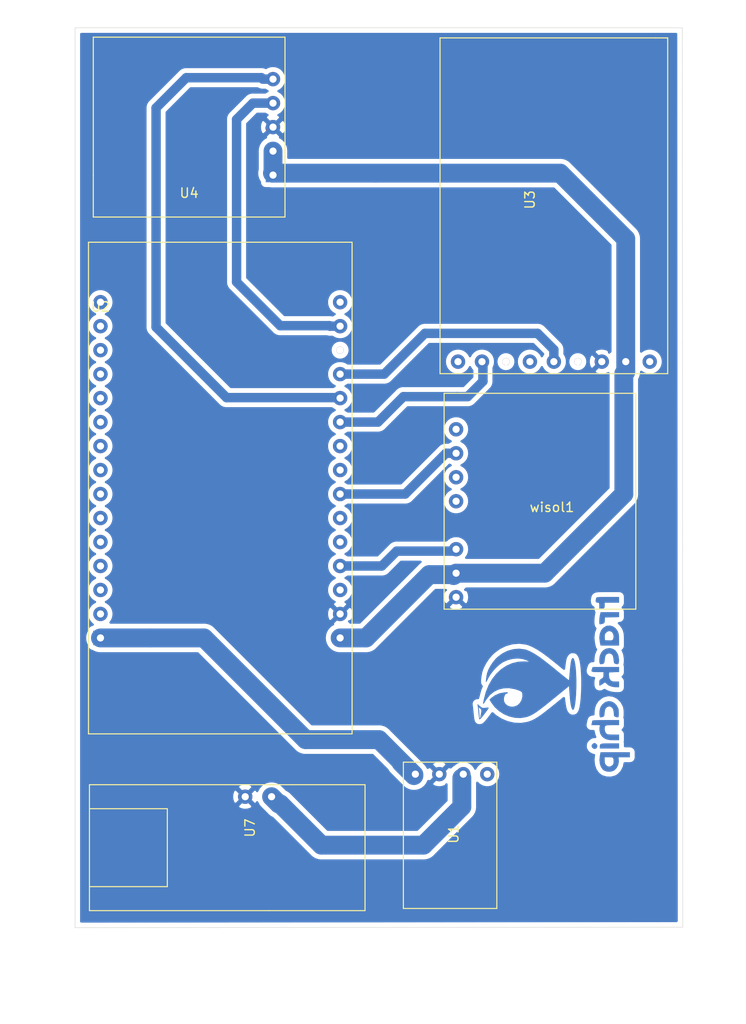
<source format=kicad_pcb>
(kicad_pcb (version 20171130) (host pcbnew "(5.1.4)-1")

  (general
    (thickness 1.6)
    (drawings 4)
    (tracks 61)
    (zones 0)
    (modules 7)
    (nets 11)
  )

  (page A4)
  (layers
    (0 F.Cu signal)
    (31 B.Cu signal)
    (32 B.Adhes user)
    (33 F.Adhes user)
    (34 B.Paste user)
    (35 F.Paste user)
    (36 B.SilkS user)
    (37 F.SilkS user)
    (38 B.Mask user)
    (39 F.Mask user)
    (40 Dwgs.User user)
    (41 Cmts.User user)
    (42 Eco1.User user)
    (43 Eco2.User user)
    (44 Edge.Cuts user)
    (45 Margin user)
    (46 B.CrtYd user)
    (47 F.CrtYd user)
    (48 B.Fab user)
    (49 F.Fab user)
  )

  (setup
    (last_trace_width 2)
    (user_trace_width 1)
    (user_trace_width 2)
    (trace_clearance 0.2)
    (zone_clearance 0.508)
    (zone_45_only no)
    (trace_min 0.2)
    (via_size 0.8)
    (via_drill 0.4)
    (via_min_size 0.4)
    (via_min_drill 0.3)
    (uvia_size 0.3)
    (uvia_drill 0.1)
    (uvias_allowed no)
    (uvia_min_size 0.2)
    (uvia_min_drill 0.1)
    (edge_width 0.05)
    (segment_width 0.2)
    (pcb_text_width 0.3)
    (pcb_text_size 1.5 1.5)
    (mod_edge_width 0.12)
    (mod_text_size 1 1)
    (mod_text_width 0.15)
    (pad_size 0.77 0.77)
    (pad_drill 0.762)
    (pad_to_mask_clearance 0.051)
    (solder_mask_min_width 0.25)
    (aux_axis_origin 0 0)
    (visible_elements 7FFFFFFF)
    (pcbplotparams
      (layerselection 0x010c0_ffffffff)
      (usegerberextensions false)
      (usegerberattributes true)
      (usegerberadvancedattributes true)
      (creategerberjobfile true)
      (excludeedgelayer true)
      (linewidth 0.100000)
      (plotframeref false)
      (viasonmask false)
      (mode 1)
      (useauxorigin false)
      (hpglpennumber 1)
      (hpglpenspeed 20)
      (hpglpendiameter 15.000000)
      (psnegative false)
      (psa4output false)
      (plotreference true)
      (plotvalue true)
      (plotinvisibletext false)
      (padsonsilk false)
      (subtractmaskfromsilk false)
      (outputformat 1)
      (mirror false)
      (drillshape 0)
      (scaleselection 1)
      (outputdirectory "gerbers/"))
  )

  (net 0 "")
  (net 1 GND)
  (net 2 VBAT)
  (net 3 SDA)
  (net 4 SCL)
  (net 5 EN_GPS)
  (net 6 3V3)
  (net 7 RST_WSL)
  (net 8 5V)
  (net 9 MCU_TX2)
  (net 10 GPS_TX0)

  (net_class Default "Ceci est la Netclass par défaut."
    (clearance 0.2)
    (trace_width 0.25)
    (via_dia 0.8)
    (via_drill 0.4)
    (uvia_dia 0.3)
    (uvia_drill 0.1)
    (add_net 3V3)
    (add_net 5V)
    (add_net EN_GPS)
    (add_net GND)
    (add_net GPS_TX0)
    (add_net MCU_TX2)
    (add_net "Net-(U1-Pad1)")
    (add_net "Net-(U2-Pad1)")
    (add_net "Net-(U2-Pad10)")
    (add_net "Net-(U2-Pad11)")
    (add_net "Net-(U2-Pad12)")
    (add_net "Net-(U2-Pad13)")
    (add_net "Net-(U2-Pad14)")
    (add_net "Net-(U2-Pad18)")
    (add_net "Net-(U2-Pad2)")
    (add_net "Net-(U2-Pad20)")
    (add_net "Net-(U2-Pad21)")
    (add_net "Net-(U2-Pad23)")
    (add_net "Net-(U2-Pad24)")
    (add_net "Net-(U2-Pad28)")
    (add_net "Net-(U2-Pad3)")
    (add_net "Net-(U2-Pad30)")
    (add_net "Net-(U2-Pad4)")
    (add_net "Net-(U2-Pad5)")
    (add_net "Net-(U2-Pad6)")
    (add_net "Net-(U2-Pad7)")
    (add_net "Net-(U2-Pad8)")
    (add_net "Net-(U2-Pad9)")
    (add_net "Net-(U3-Pad1)")
    (add_net "Net-(U3-Pad3)")
    (add_net "Net-(U3-Pad4)")
    (add_net "Net-(U3-Pad6)")
    (add_net "Net-(U3-Pad9)")
    (add_net "Net-(wisol1-Pad1)")
    (add_net "Net-(wisol1-Pad3)")
    (add_net "Net-(wisol1-Pad4)")
    (add_net RST_WSL)
    (add_net SCL)
    (add_net SDA)
    (add_net VBAT)
  )

  (module track_chip:logo (layer F.Cu) (tedit 6023E6AC) (tstamp 602C52B7)
    (at 161.29 124.46 90)
    (fp_text reference G*** (at -3.175 -12.065 90) (layer F.SilkS) hide
      (effects (font (size 1.524 1.524) (thickness 0.3)))
    )
    (fp_text value LOGO (at -3.81 -8.89 90) (layer F.SilkS) hide
      (effects (font (size 1.524 1.524) (thickness 0.3)))
    )
    (fp_poly (pts (xy 3.403729 -16.491725) (xy 3.202698 -16.466608) (xy 2.928028 -16.437339) (xy 2.640264 -16.41035)
      (xy 2.385819 -16.383774) (xy 2.178821 -16.35383) (xy 2.059683 -16.326491) (xy 2.052981 -16.323555)
      (xy 2.060018 -16.264927) (xy 2.178277 -16.139664) (xy 2.406189 -15.949299) (xy 2.548538 -15.839443)
      (xy 2.850479 -15.610532) (xy 3.061456 -15.455298) (xy 3.196357 -15.369849) (xy 3.270073 -15.350293)
      (xy 3.29749 -15.392741) (xy 3.293499 -15.493299) (xy 3.272986 -15.648078) (xy 3.27271 -15.650174)
      (xy 3.251127 -15.862112) (xy 3.266464 -16.003876) (xy 3.334134 -16.130637) (xy 3.44569 -16.269428)
      (xy 3.55685 -16.400836) (xy 3.342106 -16.400836) (xy 3.186797 -16.239981) (xy 3.092947 -16.151052)
      (xy 3.005871 -16.112047) (xy 2.881156 -16.116512) (xy 2.674386 -16.157992) (xy 2.653814 -16.16253)
      (xy 2.441136 -16.202783) (xy 2.282505 -16.220454) (xy 2.224255 -16.215469) (xy 2.175213 -16.232014)
      (xy 2.172369 -16.252253) (xy 2.230806 -16.298171) (xy 2.373144 -16.319818) (xy 2.389606 -16.320052)
      (xy 2.584068 -16.327851) (xy 2.837051 -16.3471) (xy 2.974474 -16.36072) (xy 3.342106 -16.400836)
      (xy 3.55685 -16.400836) (xy 3.665879 -16.529724) (xy 3.403729 -16.491725)) (layer B.Cu) (width 0.01))
    (fp_poly (pts (xy 2.038685 -8.35025) (xy 2.072106 -8.3185) (xy 2.105527 -8.35025) (xy 2.072106 -8.382)
      (xy 2.038685 -8.35025)) (layer Eco2.User) (width 0.01))
    (fp_poly (pts (xy 3.681317 -15.919032) (xy 3.704087 -15.879205) (xy 3.818631 -15.794632) (xy 4.033517 -15.654844)
      (xy 4.135793 -15.589809) (xy 4.600352 -15.223909) (xy 4.956701 -14.789848) (xy 5.202018 -14.297596)
      (xy 5.333483 -13.757126) (xy 5.348275 -13.17841) (xy 5.243574 -12.571418) (xy 5.106632 -12.157587)
      (xy 5.02012 -11.959131) (xy 4.939042 -11.849176) (xy 4.83118 -11.794365) (xy 4.735396 -11.773208)
      (xy 4.407318 -11.772897) (xy 4.066303 -11.871668) (xy 3.770503 -12.047852) (xy 3.551661 -12.285319)
      (xy 3.424454 -12.556953) (xy 3.381846 -12.841909) (xy 3.416801 -13.119343) (xy 3.522285 -13.368409)
      (xy 3.691261 -13.568264) (xy 3.916694 -13.698063) (xy 4.191548 -13.736962) (xy 4.334297 -13.718238)
      (xy 4.543 -13.655158) (xy 4.69442 -13.575364) (xy 4.757875 -13.497036) (xy 4.75207 -13.470681)
      (xy 4.773428 -13.401245) (xy 4.829475 -13.339651) (xy 4.882093 -13.304972) (xy 4.909048 -13.332037)
      (xy 4.914358 -13.441385) (xy 4.902042 -13.653556) (xy 4.898971 -13.694878) (xy 4.80188 -14.200736)
      (xy 4.597749 -14.673063) (xy 4.332294 -15.042503) (xy 4.13774 -15.257756) (xy 3.840186 -15.079312)
      (xy 3.343893 -14.710185) (xy 2.924132 -14.2541) (xy 2.589585 -13.731481) (xy 2.348937 -13.162752)
      (xy 2.21087 -12.568337) (xy 2.184069 -11.968659) (xy 2.274077 -11.395717) (xy 2.339767 -11.178493)
      (xy 2.422316 -10.965569) (xy 2.53027 -10.744062) (xy 2.672174 -10.501088) (xy 2.856571 -10.223767)
      (xy 3.092008 -9.899213) (xy 3.387028 -9.514544) (xy 3.750177 -9.056878) (xy 4.167681 -8.54075)
      (xy 5.562947 -6.82625) (xy 4.853579 -6.779129) (xy 4.246729 -6.729677) (xy 3.761006 -6.670271)
      (xy 3.398994 -6.601509) (xy 3.163274 -6.523985) (xy 3.056428 -6.438298) (xy 3.064319 -6.366014)
      (xy 3.177606 -6.293198) (xy 3.406545 -6.227659) (xy 3.733265 -6.170486) (xy 4.139893 -6.122771)
      (xy 4.608556 -6.085601) (xy 5.121382 -6.060067) (xy 5.660498 -6.047259) (xy 6.208032 -6.048266)
      (xy 6.746112 -6.064177) (xy 7.256865 -6.096083) (xy 7.35411 -6.104475) (xy 7.809422 -6.157121)
      (xy 8.161048 -6.221513) (xy 8.403649 -6.294878) (xy 8.531885 -6.374437) (xy 8.540417 -6.457417)
      (xy 8.423905 -6.541042) (xy 8.289909 -6.590947) (xy 8.122906 -6.627361) (xy 7.857249 -6.667518)
      (xy 7.527682 -6.706851) (xy 7.168948 -6.740793) (xy 7.120172 -6.744713) (xy 6.788168 -6.771749)
      (xy 6.507717 -6.796389) (xy 6.303825 -6.816299) (xy 6.201497 -6.829147) (xy 6.194544 -6.83109)
      (xy 6.226774 -6.882058) (xy 6.324676 -7.012632) (xy 6.471829 -7.202182) (xy 6.651809 -7.430082)
      (xy 6.848195 -7.675705) (xy 7.044563 -7.918423) (xy 7.224492 -8.137609) (xy 7.371558 -8.312635)
      (xy 7.404028 -8.35025) (xy 7.46069 -8.4198) (xy 7.583372 -8.5731) (xy 7.757868 -8.792311)
      (xy 7.969973 -9.059592) (xy 8.162496 -9.30275) (xy 8.611992 -9.901823) (xy 8.97432 -10.450802)
      (xy 9.244337 -10.940956) (xy 9.4169 -11.363554) (xy 9.453228 -11.4935) (xy 9.531215 -12.097163)
      (xy 9.484909 -12.708734) (xy 9.320534 -13.308629) (xy 9.044312 -13.877266) (xy 8.662464 -14.395063)
      (xy 8.466903 -14.59763) (xy 8.116944 -14.890793) (xy 7.720466 -15.155768) (xy 7.317074 -15.369364)
      (xy 6.946373 -15.508393) (xy 6.884737 -15.524043) (xy 6.667071 -15.567325) (xy 6.431727 -15.60352)
      (xy 6.215063 -15.628507) (xy 6.053439 -15.638168) (xy 5.983213 -15.628384) (xy 5.982616 -15.626247)
      (xy 6.037739 -15.581644) (xy 6.183371 -15.49726) (xy 6.390285 -15.389804) (xy 6.4338 -15.368312)
      (xy 6.796322 -15.151474) (xy 7.177795 -14.857119) (xy 7.543708 -14.517462) (xy 7.85955 -14.164718)
      (xy 8.090807 -13.831102) (xy 8.101867 -13.81125) (xy 8.318772 -13.314435) (xy 8.449456 -12.789869)
      (xy 8.491596 -12.266638) (xy 8.442873 -11.773827) (xy 8.300963 -11.340524) (xy 8.299323 -11.337121)
      (xy 8.151171 -11.030775) (xy 8.177254 -11.521482) (xy 8.149606 -12.20128) (xy 7.998297 -12.850388)
      (xy 7.731204 -13.460771) (xy 7.356207 -14.024397) (xy 6.881184 -14.533233) (xy 6.314012 -14.979246)
      (xy 5.66257 -15.354404) (xy 4.934735 -15.650673) (xy 4.138387 -15.86002) (xy 3.876842 -15.906327)
      (xy 3.741757 -15.924583) (xy 3.681317 -15.919032)) (layer B.Cu) (width 0.01))
    (fp_poly (pts (xy -0.992271 -4.328875) (xy -1.093339 -4.154751) (xy -1.061863 -3.987563) (xy -0.997857 -3.909786)
      (xy -0.827682 -3.818467) (xy -0.656696 -3.848198) (xy -0.52859 -3.96875) (xy -0.457866 -4.093033)
      (xy -0.469305 -4.190754) (xy -0.52859 -4.28625) (xy -0.676612 -4.418604) (xy -0.841907 -4.42854)
      (xy -0.992271 -4.328875)) (layer B.Cu) (width 0.01))
    (fp_poly (pts (xy -1.036052 -1.524) (xy -0.501315 -1.524) (xy -0.501315 -2.501457) (xy -0.502361 -2.889164)
      (xy -0.50974 -3.167864) (xy -0.52982 -3.355549) (xy -0.568967 -3.470213) (xy -0.633545 -3.529847)
      (xy -0.729921 -3.552445) (xy -0.864461 -3.556) (xy -1.036052 -3.556) (xy -1.036052 -1.524)) (layer B.Cu) (width 0.01))
    (fp_poly (pts (xy 1.437106 -3.5545) (xy 1.18364 -3.593004) (xy 0.841813 -3.594331) (xy 0.512547 -3.506998)
      (xy 0.245585 -3.345118) (xy 0.217599 -3.318888) (xy 0.036376 -3.097668) (xy -0.082015 -2.842422)
      (xy -0.14677 -2.523955) (xy -0.167086 -2.113066) (xy -0.167105 -2.09754) (xy -0.167105 -1.524)
      (xy 0.434474 -1.524) (xy 0.434474 -2.147932) (xy 0.43714 -2.439624) (xy 0.449079 -2.633477)
      (xy 0.476203 -2.75861) (xy 0.524424 -2.844142) (xy 0.589177 -2.909932) (xy 0.760165 -3.002062)
      (xy 0.980551 -3.046884) (xy 1.195742 -3.039997) (xy 1.351144 -2.977002) (xy 1.356895 -2.9718)
      (xy 1.398907 -2.862605) (xy 1.425734 -2.632409) (xy 1.436823 -2.28645) (xy 1.437106 -2.2098)
      (xy 1.437106 -1.524) (xy 1.971842 -1.524) (xy 1.971842 -2.917253) (xy 1.969657 -3.324592)
      (xy 1.963539 -3.687511) (xy 1.954146 -3.98737) (xy 1.942135 -4.205532) (xy 1.928163 -4.323358)
      (xy 1.921711 -4.338536) (xy 1.826643 -4.370207) (xy 1.664647 -4.408709) (xy 1.654342 -4.410828)
      (xy 1.437106 -4.455091) (xy 1.437106 -3.5545)) (layer B.Cu) (width 0.01))
    (fp_poly (pts (xy 2.463935 -3.592041) (xy 2.304223 -3.559399) (xy 2.263301 -3.536553) (xy 2.257045 -3.46117)
      (xy 2.283421 -3.316172) (xy 2.289452 -3.293089) (xy 2.333712 -3.165115) (xy 2.403225 -3.099464)
      (xy 2.539209 -3.07165) (xy 2.677604 -3.062533) (xy 2.998622 -3.021711) (xy 3.215234 -2.931677)
      (xy 3.350499 -2.781513) (xy 3.374684 -2.732433) (xy 3.415124 -2.545361) (xy 3.371709 -2.398649)
      (xy 3.248306 -2.236187) (xy 3.050989 -2.135696) (xy 2.75541 -2.086033) (xy 2.677604 -2.080968)
      (xy 2.478561 -2.064423) (xy 2.371963 -2.025469) (xy 2.316594 -1.939621) (xy 2.289452 -1.850412)
      (xy 2.260345 -1.698166) (xy 2.265312 -1.606507) (xy 2.268899 -1.60163) (xy 2.372449 -1.567363)
      (xy 2.562358 -1.549953) (xy 2.792506 -1.549244) (xy 3.016772 -1.565083) (xy 3.189037 -1.597315)
      (xy 3.210807 -1.604786) (xy 3.547419 -1.788541) (xy 3.793272 -2.034689) (xy 3.939262 -2.322369)
      (xy 3.976285 -2.63072) (xy 3.89524 -2.938883) (xy 3.837923 -3.04186) (xy 3.623179 -3.306369)
      (xy 3.362123 -3.477278) (xy 3.124593 -3.559808) (xy 2.921542 -3.593526) (xy 2.685515 -3.603844)
      (xy 2.463935 -3.592041)) (layer B.Cu) (width 0.01))
    (fp_poly (pts (xy 7.092195 -4.384944) (xy 7.062352 -4.248307) (xy 7.052663 -4.013467) (xy 7.051842 -3.81)
      (xy 7.051842 -3.175) (xy 6.761579 -3.175) (xy 6.570553 -3.186127) (xy 6.456691 -3.239401)
      (xy 6.364098 -3.364665) (xy 6.345326 -3.39725) (xy 6.256866 -3.532587) (xy 6.160318 -3.597828)
      (xy 6.004859 -3.618224) (xy 5.897975 -3.6195) (xy 5.707436 -3.616015) (xy 5.624325 -3.595257)
      (xy 5.622397 -3.541777) (xy 5.655284 -3.476625) (xy 5.753415 -3.316788) (xy 5.856444 -3.16749)
      (xy 5.935232 -3.04784) (xy 5.931382 -2.972884) (xy 5.841061 -2.884729) (xy 5.837526 -2.88174)
      (xy 5.645699 -2.645492) (xy 5.511988 -2.326935) (xy 5.451203 -1.963912) (xy 5.4491 -1.889125)
      (xy 5.447632 -1.524) (xy 6.049211 -1.524) (xy 6.049211 -1.905) (xy 6.061304 -2.150019)
      (xy 6.10428 -2.308136) (xy 6.181195 -2.411385) (xy 6.427054 -2.557404) (xy 6.740959 -2.598794)
      (xy 6.826529 -2.592584) (xy 7.018421 -2.57175) (xy 7.057249 -1.524) (xy 7.586579 -1.524)
      (xy 7.586579 -4.321144) (xy 7.415123 -4.383072) (xy 7.257331 -4.434582) (xy 7.153438 -4.441121)
      (xy 7.092195 -4.384944)) (layer B.Cu) (width 0.01))
    (fp_poly (pts (xy 8.092827 -3.606531) (xy 7.940591 -3.563113) (xy 7.881433 -3.474291) (xy 7.895681 -3.326082)
      (xy 7.903543 -3.295612) (xy 7.946444 -3.170329) (xy 8.013492 -3.101022) (xy 8.14329 -3.064577)
      (xy 8.325805 -3.042781) (xy 8.607671 -3.006062) (xy 8.788843 -2.95586) (xy 8.902303 -2.877438)
      (xy 8.981034 -2.756057) (xy 8.984775 -2.748336) (xy 9.030475 -2.570678) (xy 8.987709 -2.407142)
      (xy 8.913097 -2.278341) (xy 8.804162 -2.194773) (xy 8.628687 -2.141523) (xy 8.354461 -2.10368)
      (xy 8.325805 -2.10072) (xy 8.114829 -2.073994) (xy 7.998569 -2.033544) (xy 7.938421 -1.956257)
      (xy 7.903543 -1.847889) (xy 7.879278 -1.688771) (xy 7.925242 -1.591299) (xy 8.061103 -1.541491)
      (xy 8.306534 -1.525363) (xy 8.357811 -1.524973) (xy 8.77424 -1.583982) (xy 8.992271 -1.666875)
      (xy 9.306919 -1.874326) (xy 9.504202 -2.141072) (xy 9.588106 -2.473131) (xy 9.591842 -2.57175)
      (xy 9.531252 -2.917157) (xy 9.360028 -3.207945) (xy 9.093989 -3.430693) (xy 8.748957 -3.571983)
      (xy 8.357811 -3.618528) (xy 8.092827 -3.606531)) (layer B.Cu) (width 0.01))
    (fp_poly (pts (xy 10.219853 -3.562855) (xy 10.156178 -3.548462) (xy 9.859211 -3.477424) (xy 9.859211 -1.524)
      (xy 10.483698 -1.524) (xy 10.806209 -1.529319) (xy 11.036095 -1.549614) (xy 11.21412 -1.591397)
      (xy 11.381045 -1.661177) (xy 11.399252 -1.670224) (xy 11.686254 -1.877916) (xy 11.883976 -2.152849)
      (xy 11.980175 -2.466485) (xy 11.979403 -2.480728) (xy 11.390053 -2.480728) (xy 11.289768 -2.289093)
      (xy 11.22046 -2.227109) (xy 11.001316 -2.12511) (xy 10.754478 -2.099992) (xy 10.537436 -2.1558)
      (xy 10.503208 -2.176648) (xy 10.435789 -2.252069) (xy 10.4053 -2.378533) (xy 10.404572 -2.590303)
      (xy 10.40688 -2.637023) (xy 10.427369 -3.01625) (xy 10.744269 -3.035581) (xy 10.961233 -3.035516)
      (xy 11.107049 -2.990669) (xy 11.228874 -2.895593) (xy 11.369866 -2.691739) (xy 11.390053 -2.480728)
      (xy 11.979403 -2.480728) (xy 11.962609 -2.790285) (xy 11.927216 -2.900992) (xy 11.739464 -3.206295)
      (xy 11.459406 -3.43078) (xy 11.102488 -3.568799) (xy 10.684155 -3.614706) (xy 10.219853 -3.562855)) (layer B.Cu) (width 0.01))
    (fp_poly (pts (xy 12.21943 -3.612401) (xy 12.120267 -3.587286) (xy 12.119239 -3.58636) (xy 12.112974 -3.509986)
      (xy 12.139835 -3.359665) (xy 12.154492 -3.303586) (xy 12.206551 -3.14965) (xy 12.278265 -3.073733)
      (xy 12.414638 -3.043587) (xy 12.529158 -3.035101) (xy 12.833685 -3.01625) (xy 12.852516 -2.270125)
      (xy 12.871348 -1.524) (xy 13.401842 -1.524) (xy 13.401842 -3.477424) (xy 13.104875 -3.548462)
      (xy 12.892302 -3.585949) (xy 12.646501 -3.610154) (xy 12.408525 -3.619497) (xy 12.21943 -3.612401)) (layer B.Cu) (width 0.01))
    (fp_poly (pts (xy 14.472387 -3.980443) (xy 14.410763 -3.883073) (xy 14.404474 -3.81) (xy 14.398301 -3.701095)
      (xy 14.357845 -3.64441) (xy 14.250201 -3.622896) (xy 14.042464 -3.619501) (xy 14.036842 -3.6195)
      (xy 13.835473 -3.612879) (xy 13.70194 -3.5958) (xy 13.669211 -3.579243) (xy 13.686815 -3.497936)
      (xy 13.73066 -3.345009) (xy 13.746633 -3.293493) (xy 13.804117 -3.140034) (xy 13.878768 -3.069107)
      (xy 14.018135 -3.048959) (xy 14.114265 -3.048) (xy 14.404474 -3.048) (xy 14.404474 -1.524)
      (xy 15.006053 -1.524) (xy 15.006053 -2.723094) (xy 15.005638 -3.140512) (xy 15.00298 -3.448348)
      (xy 14.995964 -3.664017) (xy 14.982472 -3.804938) (xy 14.960387 -3.888528) (xy 14.927592 -3.932204)
      (xy 14.881971 -3.953382) (xy 14.855658 -3.960477) (xy 14.614622 -4.004223) (xy 14.472387 -3.980443)) (layer B.Cu) (width 0.01))
    (fp_poly (pts (xy -2.651507 -3.561371) (xy -2.996287 -3.444732) (xy -3.262266 -3.258806) (xy -3.400053 -3.070652)
      (xy -3.494222 -2.76749) (xy -3.501598 -2.441851) (xy -3.424164 -2.143381) (xy -3.358276 -2.025516)
      (xy -3.111718 -1.779703) (xy -2.790491 -1.612878) (xy -2.43666 -1.543817) (xy -2.289342 -1.548387)
      (xy -1.971842 -1.581517) (xy -1.971842 -0.381) (xy -1.437105 -0.381) (xy -1.437105 -3.048)
      (xy -1.971842 -3.048) (xy -1.971842 -2.608792) (xy -1.977418 -2.35899) (xy -2.009666 -2.209634)
      (xy -2.09187 -2.134211) (xy -2.24731 -2.106208) (xy -2.418175 -2.100514) (xy -2.624406 -2.115481)
      (xy -2.761911 -2.185497) (xy -2.835938 -2.262814) (xy -2.9565 -2.486055) (xy -2.944368 -2.700809)
      (xy -2.810406 -2.892137) (xy -2.670786 -2.993434) (xy -2.498447 -3.039409) (xy -2.309091 -3.048)
      (xy -1.971842 -3.048) (xy -1.437105 -3.048) (xy -1.437105 -3.483496) (xy -1.817347 -3.558488)
      (xy -2.250877 -3.601647) (xy -2.651507 -3.561371)) (layer B.Cu) (width 0.01))
  )

  (module track_chip:BRWS01 (layer F.Cu) (tedit 602BF4E1) (tstamp 602C51CF)
    (at 142.494 91.694)
    (path /602BF8D9)
    (fp_text reference wisol1 (at 10.16 8.255) (layer F.SilkS)
      (effects (font (size 1 1) (thickness 0.15)))
    )
    (fp_text value brkws01 (at 9.525 2.54) (layer F.Fab)
      (effects (font (size 1 1) (thickness 0.15)))
    )
    (fp_line (start -1.27 -3.81) (end -1.27 19.05) (layer F.SilkS) (width 0.12))
    (fp_line (start 19.05 -3.81) (end 19.05 19.05) (layer F.SilkS) (width 0.12))
    (fp_line (start -1.27 19.05) (end 19.05 19.05) (layer F.SilkS) (width 0.12))
    (fp_line (start -1.27 -3.81) (end 19.05 -3.81) (layer F.SilkS) (width 0.12))
    (pad 7 thru_hole circle (at 0 17.78) (size 1.524 1.524) (drill 0.762) (layers *.Cu *.Mask)
      (net 1 GND))
    (pad 6 thru_hole circle (at 0 15.24) (size 1.524 1.524) (drill 0.762) (layers *.Cu *.Mask)
      (net 6 3V3))
    (pad 5 thru_hole circle (at 0 12.7) (size 1.524 1.524) (drill 0.762) (layers *.Cu *.Mask)
      (net 7 RST_WSL))
    (pad 4 thru_hole circle (at 0 7.62) (size 1.524 1.524) (drill 0.762) (layers *.Cu *.Mask))
    (pad 3 thru_hole circle (at 0 5.08) (size 1.524 1.524) (drill 0.762) (layers *.Cu *.Mask))
    (pad 2 thru_hole circle (at 0 2.54) (size 1.524 1.524) (drill 0.762) (layers *.Cu *.Mask)
      (net 9 MCU_TX2))
    (pad 1 thru_hole circle (at 0 0) (size 1.524 1.524) (drill 0.762) (layers *.Cu *.Mask))
  )

  (module track_chip:charger_mr010 (layer F.Cu) (tedit 60215261) (tstamp 6022B153)
    (at 122.682 130.6068 270)
    (path /60216DFB)
    (fp_text reference U7 (at 3.302 2.032 90) (layer F.SilkS)
      (effects (font (size 1 1) (thickness 0.15)))
    )
    (fp_text value charger_mr010 (at 0 -2.032 90) (layer F.Fab)
      (effects (font (size 1 1) (thickness 0.15)))
    )
    (fp_line (start -1.27 0) (end -1.27 -10.16) (layer F.SilkS) (width 0.12))
    (fp_line (start -1.27 -10.16) (end 12.065 -10.16) (layer F.SilkS) (width 0.12))
    (fp_line (start 12.065 -10.16) (end 12.065 0) (layer F.SilkS) (width 0.12))
    (fp_line (start -1.27 0) (end -1.27 19.05) (layer F.SilkS) (width 0.12))
    (fp_line (start -1.27 19.05) (end 12.065 19.05) (layer F.SilkS) (width 0.12))
    (fp_line (start 12.065 19.05) (end 12.065 0) (layer F.SilkS) (width 0.12))
    (fp_line (start 1.905 10.795) (end 9.525 10.795) (layer F.SilkS) (width 0.12))
    (fp_line (start 9.525 10.795) (end 9.525 19.05) (layer F.SilkS) (width 0.12))
    (fp_line (start 1.27 10.795) (end 1.905 10.795) (layer F.SilkS) (width 0.12))
    (fp_line (start 1.27 10.795) (end 1.27 19.05) (layer F.SilkS) (width 0.12))
    (pad 1 thru_hole circle (at 0 -0.254 270) (size 1.524 1.524) (drill 0.762) (layers *.Cu *.Mask)
      (net 2 VBAT))
    (pad 2 thru_hole circle (at 0 2.54 270) (size 1.524 1.524) (drill 0.762) (layers *.Cu *.Mask)
      (net 1 GND))
  )

  (module track_chip:polulu (layer F.Cu) (tedit 60213B94) (tstamp 60242412)
    (at 145.796 128.2192 270)
    (path /602554CA)
    (fp_text reference U1 (at 6.35 3.556 90) (layer F.SilkS)
      (effects (font (size 1 1) (thickness 0.15)))
    )
    (fp_text value polulu (at 6.35 -2.286 90) (layer F.Fab)
      (effects (font (size 1 1) (thickness 0.15)))
    )
    (fp_line (start -1.27 -1.016) (end -1.016 -1.016) (layer F.SilkS) (width 0.12))
    (fp_line (start -1.27 8.89) (end -1.27 -1.016) (layer F.SilkS) (width 0.12))
    (fp_line (start 14.224 8.89) (end -1.27 8.89) (layer F.SilkS) (width 0.12))
    (fp_line (start 14.224 -1.016) (end 14.224 8.89) (layer F.SilkS) (width 0.12))
    (fp_line (start -1.016 -1.016) (end 14.224 -1.016) (layer F.SilkS) (width 0.12))
    (pad 4 thru_hole circle (at 0 7.62 270) (size 1.524 1.524) (drill 0.762) (layers *.Cu *.Mask)
      (net 8 5V))
    (pad 3 thru_hole circle (at 0 5.08 270) (size 1.524 1.524) (drill 0.762) (layers *.Cu *.Mask)
      (net 1 GND))
    (pad 2 thru_hole circle (at 0 2.54 270) (size 1.524 1.524) (drill 0.762) (layers *.Cu *.Mask)
      (net 2 VBAT))
    (pad 1 thru_hole circle (at 0 0 270) (size 1.524 1.524) (drill 0.762) (layers *.Cu *.Mask))
  )

  (module track_chip:GPS_PA6H (layer F.Cu) (tedit 602A7CC5) (tstamp 60241757)
    (at 142.6972 84.5312 90)
    (path /60213494)
    (fp_text reference U3 (at 17.145 7.62 90) (layer F.SilkS)
      (effects (font (size 1 1) (thickness 0.15)))
    )
    (fp_text value GPS_PA6H (at 17.145 3.81 90) (layer F.Fab)
      (effects (font (size 1 1) (thickness 0.15)))
    )
    (fp_line (start -1.27 -0.635) (end -1.27 -1.905) (layer F.SilkS) (width 0.12))
    (fp_line (start 34.29 22.225) (end 34.29 20.955) (layer F.SilkS) (width 0.12))
    (fp_line (start 34.29 -1.905) (end 34.29 -1.27) (layer F.SilkS) (width 0.12))
    (fp_line (start -1.27 -0.635) (end -1.27 22.225) (layer F.SilkS) (width 0.12))
    (fp_line (start -1.27 22.225) (end 34.29 22.225) (layer F.SilkS) (width 0.12))
    (fp_line (start 34.29 -1.27) (end 34.29 20.955) (layer F.SilkS) (width 0.12))
    (fp_line (start -1.27 -1.905) (end 34.29 -1.905) (layer F.SilkS) (width 0.12))
    (pad 9 thru_hole circle (at 0 20.32 90) (size 1.524 1.524) (drill 0.762) (layers *.Cu *.Mask))
    (pad 8 thru_hole circle (at 0 17.78 90) (size 1.524 1.524) (drill 0.762) (layers *.Cu *.Mask)
      (net 6 3V3))
    (pad 7 thru_hole circle (at 0 15.24 90) (size 1.524 1.524) (drill 0.762) (layers *.Cu *.Mask)
      (net 1 GND))
    (pad 6 thru_hole circle (at 0 12.7 90) (size 0.77 0.77) (drill 0.762) (layers *.Cu *.Mask))
    (pad 5 thru_hole circle (at 0 10.16 90) (size 1.524 1.524) (drill 0.762) (layers *.Cu *.Mask)
      (net 10 GPS_TX0))
    (pad 4 thru_hole circle (at 0 7.62 90) (size 1.524 1.524) (drill 0.762) (layers *.Cu *.Mask))
    (pad 3 thru_hole circle (at 0 5.08 90) (size 0.77 0.77) (drill 0.762) (layers *.Cu *.Mask))
    (pad 2 thru_hole circle (at 0 2.54 90) (size 1.524 1.524) (drill 0.762) (layers *.Cu *.Mask)
      (net 5 EN_GPS))
    (pad 1 thru_hole circle (at 0 0 90) (size 1.524 1.524) (drill 0.762) (layers *.Cu *.Mask))
  )

  (module track_chip:esp32 (layer F.Cu) (tedit 602A7C94) (tstamp 6021A644)
    (at 104.8004 78.232)
    (path /6021AB3C)
    (fp_text reference U2 (at 0 0.5) (layer F.SilkS)
      (effects (font (size 1 1) (thickness 0.15)))
    )
    (fp_text value esp32_NodeMCU-track_chip (at 0 -0.5) (layer F.Fab)
      (effects (font (size 1 1) (thickness 0.15)))
    )
    (fp_line (start -1.27 -6.35) (end 26.67 -6.35) (layer F.SilkS) (width 0.12))
    (fp_line (start -1.27 -6.35) (end -1.27 35.56) (layer F.SilkS) (width 0.12))
    (fp_line (start 26.67 -6.35) (end 26.67 35.56) (layer F.SilkS) (width 0.12))
    (fp_line (start 26.67 35.56) (end 26.67 45.72) (layer F.SilkS) (width 0.12))
    (fp_line (start 26.67 45.72) (end -1.27 45.72) (layer F.SilkS) (width 0.12))
    (fp_line (start -1.27 45.72) (end -1.27 35.56) (layer F.SilkS) (width 0.12))
    (pad 1 thru_hole circle (at 0 0) (size 1.524 1.524) (drill 0.762) (layers *.Cu *.Mask))
    (pad 2 thru_hole circle (at 0 2.54) (size 1.524 1.524) (drill 0.762) (layers *.Cu *.Mask))
    (pad 3 thru_hole circle (at 0 5.08) (size 1.524 1.524) (drill 0.762) (layers *.Cu *.Mask))
    (pad 4 thru_hole circle (at 0 7.62) (size 1.524 1.524) (drill 0.762) (layers *.Cu *.Mask))
    (pad 5 thru_hole circle (at 0 10.16) (size 1.524 1.524) (drill 0.762) (layers *.Cu *.Mask))
    (pad 6 thru_hole circle (at 0 12.7) (size 1.524 1.524) (drill 0.762) (layers *.Cu *.Mask))
    (pad 7 thru_hole circle (at 0 15.24) (size 1.524 1.524) (drill 0.762) (layers *.Cu *.Mask))
    (pad 8 thru_hole circle (at 0 17.78) (size 1.524 1.524) (drill 0.762) (layers *.Cu *.Mask))
    (pad 9 thru_hole circle (at 0 20.32) (size 1.524 1.524) (drill 0.762) (layers *.Cu *.Mask))
    (pad 10 thru_hole circle (at 0 22.86) (size 1.524 1.524) (drill 0.762) (layers *.Cu *.Mask))
    (pad 11 thru_hole circle (at 0 25.4) (size 1.524 1.524) (drill 0.762) (layers *.Cu *.Mask))
    (pad 12 thru_hole circle (at 0 27.94) (size 1.524 1.524) (drill 0.762) (layers *.Cu *.Mask))
    (pad 13 thru_hole circle (at 0 30.48) (size 1.524 1.524) (drill 0.762) (layers *.Cu *.Mask))
    (pad 15 thru_hole rect (at 0 35.56) (size 1.524 1.524) (drill 0.762) (layers *.Cu *.Mask)
      (net 8 5V))
    (pad 16 thru_hole circle (at 25.4 35.56) (size 1.524 1.524) (drill 0.762) (layers *.Cu *.Mask)
      (net 6 3V3))
    (pad 17 thru_hole circle (at 25.4 33.02) (size 1.524 1.524) (drill 0.762) (layers *.Cu *.Mask)
      (net 1 GND))
    (pad 18 thru_hole circle (at 25.4 30.48) (size 1.524 1.524) (drill 0.762) (layers *.Cu *.Mask))
    (pad 19 thru_hole circle (at 25.4 27.94) (size 1.524 1.524) (drill 0.762) (layers *.Cu *.Mask)
      (net 7 RST_WSL))
    (pad 20 thru_hole circle (at 25.4 25.4) (size 1.524 1.524) (drill 0.762) (layers *.Cu *.Mask))
    (pad 21 thru_hole circle (at 25.4 22.86) (size 1.524 1.524) (drill 0.762) (layers *.Cu *.Mask))
    (pad 22 thru_hole circle (at 25.4 20.32) (size 1.524 1.524) (drill 0.762) (layers *.Cu *.Mask)
      (net 9 MCU_TX2))
    (pad 23 thru_hole circle (at 25.4 17.78) (size 1.524 1.524) (drill 0.762) (layers *.Cu *.Mask))
    (pad 24 thru_hole circle (at 25.4 15.24) (size 1.524 1.524) (drill 0.762) (layers *.Cu *.Mask))
    (pad 25 thru_hole circle (at 25.4 12.7) (size 1.524 1.524) (drill 0.762) (layers *.Cu *.Mask)
      (net 5 EN_GPS))
    (pad 26 thru_hole circle (at 25.4 10.16) (size 1.524 1.524) (drill 0.762) (layers *.Cu *.Mask)
      (net 3 SDA))
    (pad 27 thru_hole circle (at 25.4 7.62) (size 1.524 1.524) (drill 0.762) (layers *.Cu *.Mask)
      (net 10 GPS_TX0))
    (pad 28 thru_hole circle (at 25.4 5.08) (size 0.77 0.77) (drill 0.762) (layers *.Cu *.Mask))
    (pad 14 thru_hole circle (at 0 33.02) (size 1.524 1.524) (drill 0.762) (layers *.Cu *.Mask))
    (pad 29 thru_hole circle (at 25.4 2.54) (size 1.524 1.524) (drill 0.762) (layers *.Cu *.Mask)
      (net 4 SCL))
    (pad 30 thru_hole circle (at 25.4 0) (size 1.524 1.524) (drill 0.762) (layers *.Cu *.Mask))
  )

  (module track_chip:bmp180 (layer F.Cu) (tedit 60210CF6) (tstamp 60240FF5)
    (at 123.0884 64.77 180)
    (path /6021BEE0)
    (fp_text reference U4 (at 8.89 -1.905) (layer F.SilkS)
      (effects (font (size 1 1) (thickness 0.15)))
    )
    (fp_text value bmp180-track_chip (at 8.255 0) (layer F.Fab)
      (effects (font (size 1 1) (thickness 0.15)))
    )
    (fp_line (start -1.27 10.16) (end -1.27 14.605) (layer F.SilkS) (width 0.12))
    (fp_line (start -1.27 14.605) (end 19.05 14.605) (layer F.SilkS) (width 0.12))
    (fp_line (start 19.05 14.605) (end 19.05 0) (layer F.SilkS) (width 0.12))
    (fp_line (start 19.05 0) (end 19.05 -4.445) (layer F.SilkS) (width 0.12))
    (fp_line (start 19.05 -4.445) (end -1.27 -4.445) (layer F.SilkS) (width 0.12))
    (fp_line (start -1.27 -4.445) (end -1.27 10.16) (layer F.SilkS) (width 0.12))
    (pad 1 thru_hole rect (at 0 0 180) (size 1.524 1.524) (drill 0.762) (layers *.Cu *.Mask)
      (net 6 3V3))
    (pad 2 thru_hole circle (at 0 2.54 180) (size 1.524 1.524) (drill 0.762) (layers *.Cu *.Mask)
      (net 6 3V3))
    (pad 3 thru_hole circle (at 0 5.08 180) (size 1.524 1.524) (drill 0.762) (layers *.Cu *.Mask)
      (net 1 GND))
    (pad 4 thru_hole circle (at 0 7.62 180) (size 1.524 1.524) (drill 0.762) (layers *.Cu *.Mask)
      (net 4 SCL))
    (pad 5 thru_hole circle (at 0 10.16 180) (size 1.524 1.524) (drill 0.762) (layers *.Cu *.Mask)
      (net 3 SDA))
  )

  (gr_line (start 102.108 144.4752) (end 166.5224 144.4244) (layer Edge.Cuts) (width 0.05))
  (gr_line (start 102.108 49.1744) (end 166.4716 49.1744) (layer Edge.Cuts) (width 0.05))
  (gr_line (start 166.4716 49.1744) (end 166.5224 144.4244) (layer Edge.Cuts) (width 0.05) (tstamp 60243293))
  (gr_line (start 102.108 49.1744) (end 102.108 144.4752) (layer Edge.Cuts) (width 0.05) (tstamp 6024328F))

  (segment (start 123.0884 59.7916) (end 122.7836 59.7916) (width 1) (layer F.Cu) (net 1))
  (segment (start 123.697999 131.368799) (end 123.850399 131.368799) (width 2) (layer B.Cu) (net 2))
  (segment (start 122.936 130.6068) (end 123.697999 131.368799) (width 2) (layer B.Cu) (net 2))
  (segment (start 123.850399 131.368799) (end 128.2192 135.7376) (width 2) (layer B.Cu) (net 2))
  (segment (start 128.2192 135.7376) (end 139.0396 135.7376) (width 2) (layer B.Cu) (net 2))
  (segment (start 139.0396 135.7376) (end 143.1036 131.6736) (width 2) (layer B.Cu) (net 2))
  (segment (start 143.1036 131.6736) (end 143.1036 128.6256) (width 2) (layer B.Cu) (net 2))
  (segment (start 122.01077 54.61) (end 121.85837 54.4576) (width 1) (layer B.Cu) (net 3))
  (segment (start 123.0884 54.61) (end 122.01077 54.61) (width 1) (layer B.Cu) (net 3))
  (segment (start 113.8936 54.4576) (end 121.85837 54.4576) (width 1) (layer B.Cu) (net 3))
  (segment (start 110.6932 57.658) (end 113.8936 54.4576) (width 1) (layer B.Cu) (net 3))
  (segment (start 110.6932 80.8736) (end 110.6932 57.658) (width 1) (layer B.Cu) (net 3))
  (segment (start 130.2512 88.3412) (end 118.1608 88.3412) (width 1) (layer B.Cu) (net 3))
  (segment (start 118.1608 88.3412) (end 110.6932 80.8736) (width 1) (layer B.Cu) (net 3))
  (segment (start 123.0884 57.15) (end 120.9548 57.15) (width 1) (layer B.Cu) (net 4))
  (segment (start 120.9548 57.15) (end 119.2276 58.8772) (width 1) (layer B.Cu) (net 4))
  (segment (start 119.2276 58.8772) (end 119.2276 76.0984) (width 1) (layer B.Cu) (net 4))
  (segment (start 129.12277 80.772) (end 129.07197 80.7212) (width 1) (layer B.Cu) (net 4))
  (segment (start 130.2004 80.772) (end 129.12277 80.772) (width 1) (layer B.Cu) (net 4))
  (segment (start 123.8504 80.7212) (end 119.2276 76.0984) (width 1) (layer B.Cu) (net 4))
  (segment (start 129.07197 80.7212) (end 123.8504 80.7212) (width 1) (layer B.Cu) (net 4))
  (segment (start 130.2004 90.932) (end 131.27803 90.932) (width 1) (layer B.Cu) (net 5))
  (segment (start 136.906 88.2396) (end 134.2136 90.932) (width 1) (layer B.Cu) (net 5))
  (segment (start 142.60643 88.2396) (end 136.906 88.2396) (width 1) (layer B.Cu) (net 5))
  (segment (start 131.27803 90.932) (end 134.2136 90.932) (width 1) (layer B.Cu) (net 5))
  (segment (start 142.60643 88.2396) (end 143.7132 88.2396) (width 1) (layer B.Cu) (net 5))
  (segment (start 143.7132 88.2396) (end 145.3388 86.614) (width 1) (layer B.Cu) (net 5))
  (segment (start 145.3388 86.614) (end 145.3388 84.4804) (width 1) (layer B.Cu) (net 5))
  (segment (start 145.3388 84.4804) (end 145.288 84.4296) (width 1) (layer B.Cu) (net 5))
  (segment (start 123.0884 62.23) (end 123.0884 64.516) (width 2) (layer B.Cu) (net 6))
  (segment (start 123.0884 64.516) (end 123.0376 64.5668) (width 2) (layer B.Cu) (net 6))
  (segment (start 123.0376 64.5668) (end 133.9596 64.5668) (width 2) (layer B.Cu) (net 6))
  (segment (start 133.9596 64.5668) (end 153.5176 64.5668) (width 2) (layer B.Cu) (net 6))
  (segment (start 153.5176 64.5668) (end 160.4772 71.5264) (width 2) (layer B.Cu) (net 6))
  (segment (start 160.4772 71.5264) (end 160.4772 84.4804) (width 2) (layer B.Cu) (net 6))
  (segment (start 130.2004 113.792) (end 132.9436 113.792) (width 2) (layer B.Cu) (net 6))
  (segment (start 132.9436 113.792) (end 139.6492 107.0864) (width 2) (layer B.Cu) (net 6))
  (segment (start 139.6492 107.0864) (end 142.1892 107.0864) (width 2) (layer B.Cu) (net 6))
  (segment (start 160.4772 85.60883) (end 160.274 85.81203) (width 2) (layer B.Cu) (net 6))
  (segment (start 160.4772 84.5312) (end 160.4772 85.60883) (width 2) (layer B.Cu) (net 6))
  (segment (start 160.274 85.81203) (end 160.274 98.552) (width 2) (layer B.Cu) (net 6))
  (segment (start 151.892 106.934) (end 142.494 106.934) (width 2) (layer B.Cu) (net 6))
  (segment (start 160.274 98.552) (end 151.892 106.934) (width 2) (layer B.Cu) (net 6))
  (segment (start 142.494 106.934) (end 142.24 107.188) (width 2) (layer B.Cu) (net 6))
  (segment (start 130.2004 106.172) (end 134.62 106.172) (width 1) (layer B.Cu) (net 7))
  (segment (start 134.62 106.172) (end 136.1948 104.5972) (width 1) (layer B.Cu) (net 7))
  (segment (start 136.1948 104.5972) (end 142.1892 104.5972) (width 1) (layer B.Cu) (net 7))
  (segment (start 104.8004 113.792) (end 110.0836 113.792) (width 2) (layer B.Cu) (net 8))
  (segment (start 136.652 127) (end 138.0236 128.3716) (width 2) (layer B.Cu) (net 8))
  (segment (start 110.0836 113.792) (end 115.7732 113.792) (width 2) (layer B.Cu) (net 8))
  (segment (start 115.7732 113.792) (end 126.5428 124.5616) (width 2) (layer B.Cu) (net 8))
  (segment (start 126.5428 124.5616) (end 134.3152 124.5616) (width 2) (layer B.Cu) (net 8))
  (segment (start 134.3152 124.5616) (end 138.0236 128.27) (width 2) (layer B.Cu) (net 8))
  (segment (start 141.41637 94.234) (end 137.09837 98.552) (width 1) (layer B.Cu) (net 9))
  (segment (start 142.494 94.234) (end 141.41637 94.234) (width 1) (layer B.Cu) (net 9))
  (segment (start 137.09837 98.552) (end 130.048 98.552) (width 1) (layer B.Cu) (net 9))
  (segment (start 134.874 85.852) (end 130.302 85.852) (width 1) (layer B.Cu) (net 10))
  (segment (start 139.192 81.534) (end 134.874 85.852) (width 1) (layer B.Cu) (net 10))
  (segment (start 151.13 81.534) (end 139.192 81.534) (width 1) (layer B.Cu) (net 10))
  (segment (start 152.8572 84.5312) (end 152.8572 83.2612) (width 1) (layer B.Cu) (net 10))
  (segment (start 152.8572 83.2612) (end 151.13 81.534) (width 1) (layer B.Cu) (net 10))

  (zone (net 1) (net_name GND) (layer B.Cu) (tstamp 0) (hatch edge 0.508)
    (connect_pads (clearance 0.508))
    (min_thickness 0.254)
    (fill yes (arc_segments 32) (thermal_gap 0.508) (thermal_bridge_width 0.508))
    (polygon
      (pts
        (xy 98.044 46.228) (xy 173.228 46.482) (xy 171.958 154.686) (xy 97.282 153.162)
      )
    )
    (filled_polygon
      (pts
        (xy 165.862049 143.764921) (xy 102.768 143.81468) (xy 102.768 131.572365) (xy 119.35604 131.572365) (xy 119.42302 131.812456)
        (xy 119.672048 131.929556) (xy 119.939135 131.995823) (xy 120.214017 132.00871) (xy 120.486133 131.967722) (xy 120.745023 131.874436)
        (xy 120.86098 131.812456) (xy 120.92796 131.572365) (xy 120.142 130.786405) (xy 119.35604 131.572365) (xy 102.768 131.572365)
        (xy 102.768 130.678817) (xy 118.74009 130.678817) (xy 118.781078 130.950933) (xy 118.874364 131.209823) (xy 118.936344 131.32578)
        (xy 119.176435 131.39276) (xy 119.962395 130.6068) (xy 120.321605 130.6068) (xy 121.107565 131.39276) (xy 121.347656 131.32578)
        (xy 121.40715 131.199258) (xy 121.418148 131.235514) (xy 121.56997 131.519552) (xy 121.723085 131.706123) (xy 122.485074 132.468112)
        (xy 122.536285 132.530513) (xy 122.785247 132.73483) (xy 123.040774 132.871412) (xy 127.006284 136.836924) (xy 127.057486 136.899314)
        (xy 127.306448 137.103631) (xy 127.590485 137.255452) (xy 127.898683 137.348943) (xy 128.2192 137.380511) (xy 128.299522 137.3726)
        (xy 138.959281 137.3726) (xy 139.0396 137.380511) (xy 139.119919 137.3726) (xy 139.119922 137.3726) (xy 139.360116 137.348943)
        (xy 139.668315 137.255452) (xy 139.952352 137.103631) (xy 140.201314 136.899314) (xy 140.252525 136.836913) (xy 144.20292 132.886519)
        (xy 144.265314 132.835314) (xy 144.469631 132.586352) (xy 144.621452 132.302315) (xy 144.714943 131.994116) (xy 144.7386 131.753922)
        (xy 144.7386 131.75392) (xy 144.746511 131.6736) (xy 144.7386 131.593281) (xy 144.7386 129.137455) (xy 144.905465 129.30432)
        (xy 145.134273 129.457205) (xy 145.38851 129.562514) (xy 145.658408 129.6162) (xy 145.933592 129.6162) (xy 146.20349 129.562514)
        (xy 146.457727 129.457205) (xy 146.686535 129.30432) (xy 146.88112 129.109735) (xy 147.034005 128.880927) (xy 147.139314 128.62669)
        (xy 147.193 128.356792) (xy 147.193 128.081608) (xy 147.139314 127.81171) (xy 147.034005 127.557473) (xy 146.88112 127.328665)
        (xy 146.686535 127.13408) (xy 146.457727 126.981195) (xy 146.20349 126.875886) (xy 145.933592 126.8222) (xy 145.658408 126.8222)
        (xy 145.38851 126.875886) (xy 145.134273 126.981195) (xy 144.905465 127.13408) (xy 144.71088 127.328665) (xy 144.557995 127.557473)
        (xy 144.526 127.634715) (xy 144.494005 127.557473) (xy 144.34112 127.328665) (xy 144.146535 127.13408) (xy 143.917727 126.981195)
        (xy 143.66349 126.875886) (xy 143.393592 126.8222) (xy 143.118408 126.8222) (xy 142.84851 126.875886) (xy 142.594273 126.981195)
        (xy 142.365465 127.13408) (xy 142.296388 127.203157) (xy 142.190849 127.259569) (xy 141.941887 127.463886) (xy 141.913855 127.498044)
        (xy 141.681565 127.43324) (xy 140.895605 128.2192) (xy 140.909748 128.233343) (xy 140.730143 128.412948) (xy 140.716 128.398805)
        (xy 139.93004 129.184765) (xy 139.99702 129.424856) (xy 140.246048 129.541956) (xy 140.513135 129.608223) (xy 140.788017 129.62111)
        (xy 141.060133 129.580122) (xy 141.319023 129.486836) (xy 141.43498 129.424856) (xy 141.468601 129.304342) (xy 141.4686 130.996361)
        (xy 138.362362 134.1026) (xy 128.89644 134.1026) (xy 125.063324 130.269486) (xy 125.012113 130.207085) (xy 124.763151 130.002768)
        (xy 124.507624 129.866186) (xy 124.035323 129.393885) (xy 123.848752 129.24077) (xy 123.564714 129.088948) (xy 123.256516 128.995458)
        (xy 122.936 128.963889) (xy 122.615484 128.995458) (xy 122.307286 129.088948) (xy 122.023248 129.24077) (xy 121.774287 129.445087)
        (xy 121.56997 129.694048) (xy 121.418148 129.978086) (xy 121.410026 130.00486) (xy 121.409636 130.003777) (xy 121.347656 129.88782)
        (xy 121.107565 129.82084) (xy 120.321605 130.6068) (xy 119.962395 130.6068) (xy 119.176435 129.82084) (xy 118.936344 129.88782)
        (xy 118.819244 130.136848) (xy 118.752977 130.403935) (xy 118.74009 130.678817) (xy 102.768 130.678817) (xy 102.768 129.641235)
        (xy 119.35604 129.641235) (xy 120.142 130.427195) (xy 120.92796 129.641235) (xy 120.86098 129.401144) (xy 120.611952 129.284044)
        (xy 120.344865 129.217777) (xy 120.069983 129.20489) (xy 119.797867 129.245878) (xy 119.538977 129.339164) (xy 119.42302 129.401144)
        (xy 119.35604 129.641235) (xy 102.768 129.641235) (xy 102.768 113.792) (xy 103.157489 113.792) (xy 103.189057 114.112516)
        (xy 103.282548 114.420715) (xy 103.41084 114.660732) (xy 103.412588 114.678482) (xy 103.448898 114.79818) (xy 103.507863 114.908494)
        (xy 103.587215 115.005185) (xy 103.683906 115.084537) (xy 103.79422 115.143502) (xy 103.913918 115.179812) (xy 103.931668 115.18156)
        (xy 104.171685 115.309852) (xy 104.479884 115.403343) (xy 104.720078 115.427) (xy 115.095962 115.427) (xy 125.32988 125.660919)
        (xy 125.381086 125.723314) (xy 125.630048 125.927631) (xy 125.914085 126.079452) (xy 126.222284 126.172943) (xy 126.462478 126.1966)
        (xy 126.46248 126.1966) (xy 126.542799 126.204511) (xy 126.623119 126.1966) (xy 133.637962 126.1966) (xy 135.207722 127.766361)
        (xy 135.28597 127.912752) (xy 135.439085 128.099323) (xy 136.924276 129.584515) (xy 137.110847 129.73763) (xy 137.394884 129.889451)
        (xy 137.703083 129.982942) (xy 138.023599 130.014511) (xy 138.344116 129.982942) (xy 138.652314 129.889451) (xy 138.936352 129.73763)
        (xy 139.185313 129.533313) (xy 139.38963 129.284352) (xy 139.541451 129.000314) (xy 139.556401 128.951029) (xy 139.750435 129.00516)
        (xy 140.536395 128.2192) (xy 139.750435 127.43324) (xy 139.510344 127.50022) (xy 139.489614 127.544304) (xy 139.38963 127.357247)
        (xy 139.304599 127.253635) (xy 139.93004 127.253635) (xy 140.716 128.039595) (xy 141.50196 127.253635) (xy 141.43498 127.013544)
        (xy 141.185952 126.896444) (xy 140.918865 126.830177) (xy 140.643983 126.81729) (xy 140.371867 126.858278) (xy 140.112977 126.951564)
        (xy 139.99702 127.013544) (xy 139.93004 127.253635) (xy 139.304599 127.253635) (xy 139.236516 127.170676) (xy 135.528125 123.462286)
        (xy 135.476914 123.399886) (xy 135.227952 123.195569) (xy 134.943915 123.043748) (xy 134.635716 122.950257) (xy 134.395522 122.9266)
        (xy 134.395519 122.9266) (xy 134.3152 122.918689) (xy 134.234881 122.9266) (xy 127.220039 122.9266) (xy 125.045676 120.752237)
        (xy 144.121649 120.752237) (xy 144.123075 120.79644) (xy 144.121971 120.840675) (xy 144.125084 120.858751) (xy 144.125675 120.877078)
        (xy 144.126895 120.88593) (xy 144.163999 121.141903) (xy 144.187607 121.330861) (xy 144.215832 121.595737) (xy 144.242446 121.879499)
        (xy 144.24247 121.879622) (xy 144.243113 121.88622) (xy 144.269689 122.140665) (xy 144.271338 122.148725) (xy 144.271601 122.156956)
        (xy 144.272819 122.165809) (xy 144.302763 122.372807) (xy 144.30797 122.393957) (xy 144.310445 122.415598) (xy 144.312383 122.424322)
        (xy 144.339722 122.54346) (xy 144.352255 122.580864) (xy 144.356553 122.601008) (xy 144.364968 122.620599) (xy 144.373764 122.648916)
        (xy 144.377293 122.657126) (xy 144.380229 122.663828) (xy 144.394401 122.689126) (xy 144.405847 122.715775) (xy 144.424856 122.74349)
        (xy 144.441275 122.7728) (xy 144.46009 122.794863) (xy 144.476495 122.818782) (xy 144.500525 122.842278) (xy 144.522324 122.86784)
        (xy 144.545063 122.885826) (xy 144.565804 122.906106) (xy 144.593939 122.924486) (xy 144.620289 122.945328) (xy 144.646096 122.958558)
        (xy 144.670375 122.974419) (xy 144.701541 122.986983) (xy 144.73144 123.002311) (xy 144.759323 123.010276) (xy 144.786222 123.02112)
        (xy 144.81923 123.02739) (xy 144.851541 123.03662) (xy 144.880449 123.039018) (xy 144.908934 123.044429) (xy 144.94253 123.044169)
        (xy 144.976019 123.046947) (xy 145.004834 123.043686) (xy 145.033836 123.043461) (xy 145.042715 123.042458) (xy 145.101344 123.035421)
        (xy 145.112873 123.032877) (xy 145.124668 123.032186) (xy 145.173793 123.019433) (xy 145.174137 123.019357) (xy 156.194919 123.019357)
        (xy 156.200604 123.080833) (xy 156.206245 123.142818) (xy 156.206378 123.143271) (xy 156.206421 123.143732) (xy 156.223952 123.202981)
        (xy 156.241511 123.262642) (xy 156.241727 123.263055) (xy 156.24186 123.263505) (xy 156.270794 123.318654) (xy 156.29938 123.373334)
        (xy 156.299672 123.373697) (xy 156.29989 123.374113) (xy 156.338625 123.422146) (xy 156.377646 123.470679) (xy 156.37801 123.470984)
        (xy 156.378299 123.471343) (xy 156.425349 123.510706) (xy 156.47333 123.550967) (xy 156.473743 123.551194) (xy 156.474099 123.551492)
        (xy 156.527987 123.581015) (xy 156.582786 123.611141) (xy 156.583237 123.611284) (xy 156.583642 123.611506) (xy 156.642509 123.630086)
        (xy 156.701846 123.648908) (xy 156.702309 123.64896) (xy 156.702756 123.649101) (xy 156.764317 123.655916) (xy 156.825973 123.662832)
        (xy 156.826851 123.662838) (xy 156.826904 123.662844) (xy 156.826964 123.662839) (xy 156.834909 123.662894) (xy 157.058371 123.662894)
        (xy 157.06313 123.694911) (xy 157.06738 123.740059) (xy 157.072295 123.756569) (xy 157.074828 123.773611) (xy 157.077059 123.782264)
        (xy 157.164392 124.11153) (xy 157.172947 124.134467) (xy 157.178718 124.158262) (xy 157.194725 124.192855) (xy 157.208043 124.228561)
        (xy 157.220888 124.249396) (xy 157.231172 124.27162) (xy 157.235752 124.279293) (xy 157.236619 124.280722) (xy 157.204569 124.280877)
        (xy 157.152794 124.279392) (xy 157.142192 124.281177) (xy 157.13144 124.281229) (xy 157.122558 124.282206) (xy 157.024837 124.293645)
        (xy 157.014129 124.295975) (xy 157.003185 124.296555) (xy 156.953197 124.309235) (xy 156.902787 124.320204) (xy 156.892732 124.324571)
        (xy 156.882112 124.327265) (xy 156.835519 124.349421) (xy 156.788221 124.369964) (xy 156.779215 124.376195) (xy 156.769311 124.380904)
        (xy 156.761686 124.385565) (xy 156.66619 124.44485) (xy 156.646795 124.459696) (xy 156.625776 124.472126) (xy 156.59732 124.497567)
        (xy 156.567006 124.520771) (xy 156.550867 124.539098) (xy 156.532659 124.555377) (xy 156.526657 124.561997) (xy 156.394303 124.710019)
        (xy 156.381215 124.7279) (xy 156.36597 124.743999) (xy 156.3444 124.778199) (xy 156.32053 124.810811) (xy 156.311164 124.830894)
        (xy 156.299337 124.849647) (xy 156.284821 124.887385) (xy 156.26774 124.924013) (xy 156.262452 124.945538) (xy 156.254494 124.966227)
        (xy 156.247586 125.006051) (xy 156.237941 125.045313) (xy 156.236935 125.067457) (xy 156.233147 125.089295) (xy 156.232549 125.098211)
        (xy 156.222613 125.263505) (xy 156.223157 125.277927) (xy 156.221532 125.292272) (xy 156.225507 125.340243) (xy 156.227321 125.388323)
        (xy 156.230656 125.402364) (xy 156.231848 125.416752) (xy 156.245063 125.463026) (xy 156.256183 125.509849) (xy 156.262185 125.522982)
        (xy 156.266147 125.536857) (xy 156.288088 125.579664) (xy 156.308099 125.623454) (xy 156.316538 125.635172) (xy 156.323119 125.648012)
        (xy 156.328004 125.655495) (xy 156.427669 125.805859) (xy 156.438727 125.819448) (xy 156.447772 125.834461) (xy 156.478073 125.867798)
        (xy 156.506507 125.90274) (xy 156.52 125.913927) (xy 156.531784 125.926892) (xy 156.56798 125.953708) (xy 156.602662 125.982463)
        (xy 156.618065 125.990813) (xy 156.632147 126.001246) (xy 156.639844 126.005786) (xy 156.813968 126.106854) (xy 156.846469 126.121688)
        (xy 156.877615 126.139193) (xy 156.903154 126.147559) (xy 156.927599 126.158716) (xy 156.962356 126.166953) (xy 156.996314 126.178077)
        (xy 157.022995 126.181323) (xy 157.049138 126.187519) (xy 157.084842 126.188849) (xy 157.098717 126.190537) (xy 157.095607 126.205061)
        (xy 157.09466 126.213947) (xy 157.051501 126.647477) (xy 157.051413 126.706743) (xy 157.050731 126.765997) (xy 157.051316 126.772255)
        (xy 157.051316 126.772383) (xy 157.051339 126.772501) (xy 157.051563 126.774895) (xy 157.091839 127.175524) (xy 157.092887 127.180747)
        (xy 157.092988 127.186073) (xy 157.105163 127.24196) (xy 157.116401 127.297991) (xy 157.118441 127.302906) (xy 157.119576 127.308116)
        (xy 157.122381 127.316601) (xy 157.23902 127.66138) (xy 157.248833 127.683122) (xy 157.255947 127.705887) (xy 157.274463 127.739912)
        (xy 157.290402 127.775229) (xy 157.304251 127.794651) (xy 157.315651 127.8156) (xy 157.320719 127.82296) (xy 157.506645 128.088939)
        (xy 157.531453 128.117929) (xy 157.553973 128.148716) (xy 157.571963 128.165268) (xy 157.587856 128.18384) (xy 157.617811 128.207451)
        (xy 157.645892 128.233287) (xy 157.653065 128.238617) (xy 157.841219 128.376404) (xy 157.874681 128.396206) (xy 157.906573 128.418417)
        (xy 157.928295 128.427933) (xy 157.948714 128.440016) (xy 157.985374 128.452937) (xy 158.020982 128.468536) (xy 158.029498 128.471246)
        (xy 158.33266 128.565415) (xy 158.354354 128.56989) (xy 158.375305 128.577062) (xy 158.415382 128.582479) (xy 158.45499 128.59065)
        (xy 158.47713 128.590826) (xy 158.499085 128.593794) (xy 158.508017 128.594058) (xy 158.833657 128.601434) (xy 158.855092 128.599821)
        (xy 158.876556 128.600967) (xy 158.917233 128.595146) (xy 158.958211 128.592063) (xy 158.978923 128.586318) (xy 159.000202 128.583273)
        (xy 159.008868 128.581089) (xy 159.307338 128.503655) (xy 159.321331 128.498522) (xy 159.335934 128.495523) (xy 159.379871 128.477048)
        (xy 159.424603 128.46064) (xy 159.43733 128.452888) (xy 159.451075 128.447109) (xy 159.458905 128.442803) (xy 159.57677 128.376915)
        (xy 159.594605 128.364517) (xy 159.613865 128.354496) (xy 159.64577 128.328949) (xy 159.679329 128.305619) (xy 159.694406 128.290003)
        (xy 159.711364 128.276424) (xy 159.717717 128.270139) (xy 159.963529 128.023581) (xy 159.982896 127.99993) (xy 160.004531 127.978329)
        (xy 160.022372 127.951723) (xy 160.042665 127.926942) (xy 160.057068 127.899982) (xy 160.074096 127.874589) (xy 160.07827 127.866687)
        (xy 160.245095 127.54546) (xy 160.254254 127.522613) (xy 160.266052 127.501013) (xy 160.277438 127.464779) (xy 160.291571 127.429523)
        (xy 160.296117 127.405334) (xy 160.303496 127.381852) (xy 160.305269 127.373093) (xy 160.364067 127.071842) (xy 160.909 127.071842)
        (xy 160.968938 127.065965) (xy 161.028924 127.060506) (xy 161.031079 127.059872) (xy 161.03331 127.059653) (xy 161.090891 127.042268)
        (xy 161.148748 127.02524) (xy 161.15074 127.024199) (xy 161.152885 127.023551) (xy 161.206082 126.995266) (xy 161.25944 126.967371)
        (xy 161.261185 126.965968) (xy 161.263171 126.964912) (xy 161.309854 126.926837) (xy 161.356785 126.889105) (xy 161.35823 126.887383)
        (xy 161.359966 126.885967) (xy 161.398293 126.839638) (xy 161.437073 126.793421) (xy 161.438156 126.791451) (xy 161.439584 126.789725)
        (xy 161.468183 126.736833) (xy 161.497247 126.683965) (xy 161.497927 126.681822) (xy 161.498992 126.679852) (xy 161.516796 126.622337)
        (xy 161.535014 126.564905) (xy 161.535264 126.562677) (xy 161.535928 126.560532) (xy 161.54222 126.500665) (xy 161.548938 126.440778)
        (xy 161.548968 126.436463) (xy 161.548984 126.43631) (xy 161.54897 126.436157) (xy 161.549 126.431842) (xy 161.549 125.897105)
        (xy 161.543123 125.837167) (xy 161.537664 125.777181) (xy 161.53703 125.775026) (xy 161.536811 125.772795) (xy 161.519426 125.715214)
        (xy 161.502398 125.657357) (xy 161.501357 125.655365) (xy 161.500709 125.65322) (xy 161.472424 125.600023) (xy 161.444529 125.546665)
        (xy 161.443126 125.54492) (xy 161.44207 125.542934) (xy 161.403995 125.496251) (xy 161.366263 125.44932) (xy 161.364541 125.447875)
        (xy 161.363125 125.446139) (xy 161.316796 125.407812) (xy 161.270579 125.369032) (xy 161.268609 125.367949) (xy 161.266883 125.366521)
        (xy 161.213991 125.337922) (xy 161.161123 125.308858) (xy 161.15898 125.308178) (xy 161.15701 125.307113) (xy 161.099495 125.289309)
        (xy 161.042063 125.271091) (xy 161.039835 125.270841) (xy 161.03769 125.270177) (xy 160.977823 125.263885) (xy 160.917936 125.257167)
        (xy 160.913621 125.257137) (xy 160.913468 125.257121) (xy 160.913315 125.257135) (xy 160.909 125.257105) (xy 160.406 125.257105)
        (xy 160.406 124.961315) (xy 160.400123 124.901377) (xy 160.394664 124.841391) (xy 160.39403 124.839236) (xy 160.393811 124.837005)
        (xy 160.381049 124.794735) (xy 160.392014 124.760168) (xy 160.392264 124.75794) (xy 160.392928 124.755795) (xy 160.39922 124.695928)
        (xy 160.405938 124.636041) (xy 160.405968 124.631726) (xy 160.405984 124.631573) (xy 160.40597 124.63142) (xy 160.406 124.627105)
        (xy 160.406 124.025526) (xy 160.400123 123.965588) (xy 160.394664 123.905602) (xy 160.39403 123.903447) (xy 160.393811 123.901216)
        (xy 160.376426 123.843635) (xy 160.359398 123.785778) (xy 160.358357 123.783786) (xy 160.357709 123.781641) (xy 160.329424 123.728444)
        (xy 160.301529 123.675086) (xy 160.300126 123.673341) (xy 160.29907 123.671355) (xy 160.260995 123.624672) (xy 160.223263 123.577741)
        (xy 160.221541 123.576296) (xy 160.220125 123.57456) (xy 160.173796 123.536233) (xy 160.159288 123.52406) (xy 160.166854 123.517889)
        (xy 160.213785 123.480157) (xy 160.21523 123.478435) (xy 160.216966 123.477019) (xy 160.255293 123.43069) (xy 160.294073 123.384473)
        (xy 160.295156 123.382503) (xy 160.296584 123.380777) (xy 160.325183 123.327885) (xy 160.354247 123.275017) (xy 160.354927 123.272874)
        (xy 160.355992 123.270904) (xy 160.373796 123.213389) (xy 160.392014 123.155957) (xy 160.392264 123.153729) (xy 160.392928 123.151584)
        (xy 160.39922 123.091717) (xy 160.405938 123.03183) (xy 160.405968 123.027515) (xy 160.405984 123.027362) (xy 160.40597 123.027209)
        (xy 160.406 123.022894) (xy 160.406 122.488158) (xy 160.400123 122.42822) (xy 160.394664 122.368234) (xy 160.39403 122.366079)
        (xy 160.393811 122.363848) (xy 160.376407 122.306203) (xy 160.359398 122.24841) (xy 160.358357 122.246418) (xy 160.357709 122.244273)
        (xy 160.345439 122.221196) (xy 160.357715 122.166772) (xy 160.357873 122.160763) (xy 160.359087 122.154871) (xy 160.359964 122.145978)
        (xy 160.377374 121.95607) (xy 160.377223 121.932233) (xy 160.379954 121.908549) (xy 160.380044 121.899614) (xy 160.380753 121.669466)
        (xy 160.378946 121.650435) (xy 160.379734 121.631324) (xy 160.379166 121.622406) (xy 160.363327 121.39814) (xy 160.357938 121.366412)
        (xy 160.355582 121.334317) (xy 160.354 121.325522) (xy 160.321768 121.153257) (xy 160.310021 121.112818) (xy 160.300873 121.071693)
        (xy 160.298031 121.063221) (xy 160.29056 121.041451) (xy 160.287067 121.033801) (xy 160.286924 121.033309) (xy 160.286238 121.031986)
        (xy 160.269953 120.996321) (xy 160.25119 120.95041) (xy 160.246963 120.942537) (xy 160.063208 120.605925) (xy 160.049347 120.585552)
        (xy 160.037998 120.56369) (xy 160.0143 120.534041) (xy 159.992946 120.502654) (xy 159.975397 120.485367) (xy 159.960014 120.46612)
        (xy 159.953736 120.459761) (xy 159.707588 120.213908) (xy 159.681407 120.192429) (xy 159.657264 120.168699) (xy 159.633244 120.152917)
        (xy 159.611021 120.134685) (xy 159.581176 120.118705) (xy 159.552875 120.10011) (xy 159.544935 120.096011) (xy 159.257255 119.950021)
        (xy 159.215328 119.933669) (xy 159.174373 119.915051) (xy 159.157268 119.911024) (xy 159.140886 119.904635) (xy 159.096588 119.896739)
        (xy 159.052792 119.886429) (xy 159.043927 119.885302) (xy 158.735575 119.848279) (xy 158.682147 119.847117) (xy 158.628743 119.844444)
        (xy 158.619765 119.845759) (xy 158.610699 119.845562) (xy 158.558089 119.854795) (xy 158.505157 119.862549) (xy 158.496499 119.864762)
        (xy 158.188336 119.945807) (xy 158.175907 119.950413) (xy 158.162928 119.953054) (xy 158.117451 119.972078) (xy 158.071215 119.989213)
        (xy 158.059923 119.996142) (xy 158.047698 120.001256) (xy 158.03986 120.005547) (xy 157.936882 120.062864) (xy 157.894807 120.091999)
        (xy 157.851729 120.119624) (xy 157.844752 120.125208) (xy 157.580244 120.339952) (xy 157.557524 120.362414) (xy 157.532761 120.382601)
        (xy 157.513216 120.406217) (xy 157.491417 120.427767) (xy 157.473496 120.454208) (xy 157.453122 120.478825) (xy 157.448176 120.486267)
        (xy 157.277267 120.747323) (xy 157.271936 120.757515) (xy 157.265057 120.766724) (xy 157.243035 120.81277) (xy 157.219375 120.858004)
        (xy 157.216127 120.869031) (xy 157.211165 120.879406) (xy 157.208174 120.887826) (xy 157.125644 121.125356) (xy 157.113958 121.173807)
        (xy 157.100363 121.221761) (xy 157.098838 121.230566) (xy 157.06512 121.433617) (xy 157.062835 121.467766) (xy 157.057537 121.501583)
        (xy 157.057085 121.510507) (xy 157.046767 121.746534) (xy 157.048203 121.773068) (xy 157.046649 121.799601) (xy 157.047062 121.808528)
        (xy 157.050803 121.87875) (xy 157.049286 121.878833) (xy 157.033732 121.881227) (xy 157.017985 121.881327) (xy 157.009104 121.882318)
        (xy 156.891278 121.89629) (xy 156.867957 121.901401) (xy 156.844197 121.90366) (xy 156.807095 121.914741) (xy 156.769268 121.923032)
        (xy 156.747393 121.932572) (xy 156.724515 121.939405) (xy 156.716267 121.942844) (xy 156.70109 121.949296) (xy 156.686619 121.957195)
        (xy 156.671157 121.962938) (xy 156.655011 121.972862) (xy 156.654776 121.972964) (xy 156.654248 121.97333) (xy 156.631891 121.987071)
        (xy 156.591455 122.009145) (xy 156.578794 122.019705) (xy 156.564743 122.028341) (xy 156.530907 122.059646) (xy 156.495534 122.089149)
        (xy 156.485169 122.101962) (xy 156.473058 122.113167) (xy 156.445953 122.15044) (xy 156.416978 122.186259) (xy 156.409293 122.200854)
        (xy 156.399597 122.214187) (xy 156.380252 122.256005) (xy 156.358781 122.29678) (xy 156.354079 122.312582) (xy 156.347155 122.32755)
        (xy 156.344272 122.336008) (xy 156.312601 122.431077) (xy 156.307319 122.454279) (xy 156.299264 122.476689) (xy 156.297138 122.485369)
        (xy 156.258636 122.647365) (xy 156.257916 122.65264) (xy 156.256268 122.657707) (xy 156.254407 122.666448) (xy 156.252288 122.676753)
        (xy 156.252281 122.676817) (xy 156.252057 122.67788) (xy 156.207794 122.895116) (xy 156.201381 122.956998) (xy 156.194925 123.018426)
        (xy 156.194967 123.018891) (xy 156.194919 123.019357) (xy 145.174137 123.019357) (xy 145.223315 123.008505) (xy 145.23413 123.00377)
        (xy 145.245567 123.000801) (xy 145.291271 122.978753) (xy 145.337736 122.95841) (xy 145.347431 122.951661) (xy 145.358067 122.94653)
        (xy 145.398591 122.916045) (xy 145.440248 122.887046) (xy 145.448451 122.878538) (xy 145.457883 122.871443) (xy 145.464424 122.865354)
        (xy 145.589687 122.747095) (xy 145.611618 122.721908) (xy 145.635757 122.698817) (xy 145.641533 122.691998) (xy 145.831898 122.464086)
        (xy 145.836353 122.457548) (xy 145.841857 122.45186) (xy 145.847366 122.444823) (xy 145.957222 122.302474) (xy 145.9573 122.302349)
        (xy 145.96056 122.298111) (xy 146.18947 121.99617) (xy 146.189532 121.996069) (xy 146.189618 121.995976) (xy 146.194964 121.988816)
        (xy 146.350198 121.777839) (xy 146.351451 121.775732) (xy 146.602493 122.00678) (xy 146.643474 122.037689) (xy 146.683361 122.070019)
        (xy 146.690854 122.074889) (xy 147.213473 122.409436) (xy 147.25767 122.431979) (xy 147.300916 122.456283) (xy 147.309121 122.459822)
        (xy 147.87785 122.70047) (xy 147.926096 122.715529) (xy 147.973757 122.732385) (xy 147.982448 122.734467) (xy 148.576863 122.872534)
        (xy 148.630604 122.879587) (xy 148.684164 122.888031) (xy 148.693088 122.888492) (xy 149.292767 122.915293) (xy 149.35229 122.912131)
        (xy 149.411828 122.909502) (xy 149.417352 122.908674) (xy 149.417497 122.908666) (xy 149.417632 122.908632) (xy 149.420665 122.908177)
        (xy 149.993608 122.818169) (xy 150.031979 122.808225) (xy 150.070966 122.801052) (xy 150.079538 122.798525) (xy 150.296762 122.732835)
        (xy 150.315209 122.725222) (xy 150.334498 122.720129) (xy 150.342852 122.716957) (xy 150.555776 122.634408) (xy 150.575714 122.62434)
        (xy 150.596756 122.616855) (xy 150.604816 122.612996) (xy 150.826323 122.505042) (xy 150.843023 122.494775) (xy 150.860955 122.486834)
        (xy 150.868702 122.482381) (xy 151.111676 122.340477) (xy 151.123174 122.332158) (xy 151.135801 122.325663) (xy 151.143276 122.320767)
        (xy 151.420597 122.13637) (xy 151.427269 122.130924) (xy 151.434764 122.126674) (xy 151.442034 122.121477) (xy 151.766588 121.88604)
        (xy 151.769643 121.883332) (xy 151.773144 121.881221) (xy 151.780272 121.875832) (xy 152.164941 121.580812) (xy 152.165535 121.580256)
        (xy 152.166226 121.579824) (xy 152.173265 121.574318) (xy 152.630931 121.21117) (xy 152.631037 121.211067) (xy 152.635626 121.207408)
        (xy 153.151754 120.789903) (xy 153.151823 120.789835) (xy 153.153219 120.788715) (xy 153.914602 120.169099) (xy 153.922437 120.265252)
        (xy 153.923948 120.273601) (xy 153.924033 120.282089) (xy 153.925057 120.290967) (xy 153.984463 120.776689) (xy 153.988096 120.792978)
        (xy 153.989364 120.809632) (xy 153.990971 120.818423) (xy 154.059733 121.180435) (xy 154.070194 121.216081) (xy 154.077794 121.252446)
        (xy 154.080527 121.260954) (xy 154.158051 121.496674) (xy 154.177253 121.5402) (xy 154.194401 121.584574) (xy 154.202414 121.597236)
        (xy 154.208466 121.610954) (xy 154.235753 121.649916) (xy 154.261196 121.69012) (xy 154.266738 121.697129) (xy 154.352425 121.803975)
        (xy 154.355176 121.806791) (xy 154.357366 121.810059) (xy 154.3988 121.85145) (xy 154.439706 121.893326) (xy 154.442948 121.895552)
        (xy 154.445734 121.898335) (xy 154.49443 121.930897) (xy 154.54268 121.964023) (xy 154.546295 121.965578) (xy 154.549566 121.967765)
        (xy 154.603617 121.990231) (xy 154.657424 122.013373) (xy 154.661274 122.014196) (xy 154.664906 122.015706) (xy 154.722274 122.027241)
        (xy 154.779568 122.039494) (xy 154.783506 122.039554) (xy 154.787361 122.040329) (xy 154.845924 122.040503) (xy 154.90446 122.041393)
        (xy 154.908327 122.040688) (xy 154.912266 122.0407) (xy 154.921156 122.039792) (xy 154.99344 122.031901) (xy 155.02319 122.02567)
        (xy 155.053429 122.022455) (xy 155.084186 122.012893) (xy 155.115693 122.006294) (xy 155.143669 121.994402) (xy 155.172705 121.985375)
        (xy 155.201013 121.970025) (xy 155.230644 121.957429) (xy 155.255778 121.940329) (xy 155.282507 121.925835) (xy 155.307293 121.90528)
        (xy 155.333915 121.887167) (xy 155.355253 121.865506) (xy 155.378653 121.8461) (xy 155.398974 121.821123) (xy 155.421571 121.798184)
        (xy 155.43829 121.772799) (xy 155.457481 121.749211) (xy 155.462365 121.741728) (xy 155.535181 121.628441) (xy 155.547315 121.604761)
        (xy 155.562019 121.582608) (xy 155.575722 121.549321) (xy 155.592141 121.517279) (xy 155.599439 121.491711) (xy 155.609568 121.467107)
        (xy 155.612086 121.458533) (xy 155.677625 121.229594) (xy 155.682909 121.200734) (xy 155.69116 121.172564) (xy 155.692761 121.163773)
        (xy 155.749935 120.837052) (xy 155.750963 120.823465) (xy 155.75405 120.810191) (xy 155.755153 120.801323) (xy 155.802868 120.394695)
        (xy 155.803013 120.387083) (xy 155.804457 120.37961) (xy 155.805226 120.370707) (xy 155.842396 119.902044) (xy 155.842304 119.897087)
        (xy 155.843101 119.892193) (xy 155.843607 119.883271) (xy 155.869141 119.370445) (xy 155.868956 119.366583) (xy 155.869478 119.36275)
        (xy 155.869752 119.353818) (xy 155.88256 118.814703) (xy 155.882284 118.810978) (xy 155.882694 118.807261) (xy 155.88274 118.798325)
        (xy 155.881733 118.250791) (xy 155.881294 118.246396) (xy 155.881657 118.241985) (xy 155.881454 118.233051) (xy 155.865543 117.694971)
        (xy 155.864774 117.688964) (xy 155.865073 117.682909) (xy 155.864578 117.673986) (xy 155.839485 117.272281) (xy 156.209797 117.272281)
        (xy 156.212427 117.331801) (xy 156.214499 117.39119) (xy 156.215178 117.394087) (xy 156.21531 117.397066) (xy 156.229457 117.454969)
        (xy 156.243019 117.512797) (xy 156.244247 117.515503) (xy 156.244955 117.518403) (xy 156.270019 117.572324) (xy 156.294614 117.626549)
        (xy 156.296354 117.628979) (xy 156.297605 117.631671) (xy 156.332641 117.679667) (xy 156.367323 117.728111) (xy 156.369492 117.730148)
        (xy 156.37125 117.732556) (xy 156.377245 117.739183) (xy 156.433422 117.800426) (xy 156.436551 117.803231) (xy 156.439124 117.806562)
        (xy 156.483079 117.844934) (xy 156.526434 117.883794) (xy 156.530046 117.885936) (xy 156.533219 117.888706) (xy 156.58376 117.917792)
        (xy 156.633868 117.947509) (xy 156.637835 117.948912) (xy 156.641478 117.951008) (xy 156.696641 117.969702) (xy 156.751631 117.989144)
        (xy 156.755795 117.989749) (xy 156.759775 117.991098) (xy 156.768492 117.993065) (xy 156.905129 118.022908) (xy 156.955861 118.028886)
        (xy 157.006385 118.036674) (xy 157.01531 118.037104) (xy 157.107942 118.040926) (xy 157.102389 118.051175) (xy 157.096788 118.069215)
        (xy 157.088787 118.086316) (xy 157.07831 118.128731) (xy 157.065353 118.170464) (xy 157.063363 118.189241) (xy 157.058834 118.207577)
        (xy 157.05761 118.216429) (xy 157.037214 118.371887) (xy 157.036119 118.40534) (xy 157.03199 118.438566) (xy 157.031822 118.447501)
        (xy 157.030546 118.554385) (xy 157.030994 118.559589) (xy 157.030506 118.564793) (xy 157.030607 118.573729) (xy 157.034092 118.764268)
        (xy 157.034726 118.769707) (xy 157.034385 118.775162) (xy 157.041948 118.831668) (xy 157.048552 118.888334) (xy 157.050228 118.89354)
        (xy 157.050954 118.898963) (xy 157.053059 118.907648) (xy 157.073817 118.990759) (xy 157.084913 119.02188) (xy 157.093093 119.053889)
        (xy 157.105837 119.080565) (xy 157.115765 119.10841) (xy 157.132693 119.13678) (xy 157.146936 119.166594) (xy 157.164623 119.190293)
        (xy 157.179767 119.215673) (xy 157.201876 119.240208) (xy 157.221644 119.266695) (xy 157.243593 119.286503) (xy 157.263382 119.308463)
        (xy 157.289849 119.328246) (xy 157.314374 119.350378) (xy 157.339749 119.365543) (xy 157.36343 119.383244) (xy 157.39323 119.397507)
        (xy 157.421591 119.414457) (xy 157.44943 119.424405) (xy 157.476096 119.437168) (xy 157.508103 119.445372) (xy 157.539213 119.456489)
        (xy 157.568455 119.460841) (xy 157.597091 119.468181) (xy 157.63007 119.470011) (xy 157.662757 119.474876) (xy 157.671685 119.47526)
        (xy 157.725166 119.477188) (xy 157.756674 119.475241) (xy 157.788224 119.476352) (xy 157.818862 119.471399) (xy 157.849834 119.469485)
        (xy 157.880361 119.461456) (xy 157.91153 119.456417) (xy 157.940628 119.445605) (xy 157.970632 119.437714) (xy 157.999014 119.423911)
        (xy 158.028614 119.412913) (xy 158.036619 119.408941) (xy 158.101772 119.376054) (xy 158.1205 119.364176) (xy 158.14058 119.35475)
        (xy 158.148227 119.350128) (xy 158.228446 119.300878) (xy 158.241086 119.311142) (xy 158.261183 119.324432) (xy 158.27953 119.340029)
        (xy 158.313149 119.358795) (xy 158.345273 119.380038) (xy 158.367558 119.389167) (xy 158.388594 119.400909) (xy 158.39681 119.404424)
        (xy 158.715367 119.538135) (xy 158.722142 119.540228) (xy 158.728448 119.543456) (xy 158.781746 119.558644) (xy 158.834706 119.575008)
        (xy 158.841752 119.575745) (xy 158.848571 119.577688) (xy 158.857374 119.579225) (xy 159.220397 119.64001) (xy 159.259933 119.642709)
        (xy 159.299168 119.648231) (xy 159.308098 119.648544) (xy 159.382886 119.650647) (xy 159.38613 119.650421) (xy 159.389366 119.650797)
        (xy 159.398302 119.650895) (xy 159.763427 119.652363) (xy 159.824738 119.6466) (xy 159.885924 119.641032) (xy 159.886838 119.640763)
        (xy 159.887785 119.640674) (xy 159.946642 119.623162) (xy 160.005748 119.605766) (xy 160.006594 119.605324) (xy 160.007504 119.605053)
        (xy 160.062053 119.57633) (xy 160.11644 119.547897) (xy 160.117177 119.547305) (xy 160.118025 119.546858) (xy 160.165906 119.508126)
        (xy 160.213785 119.469631) (xy 160.2144 119.468898) (xy 160.215137 119.468302) (xy 160.254378 119.421253) (xy 160.294073 119.373947)
        (xy 160.294533 119.373109) (xy 160.295141 119.372381) (xy 160.324489 119.318621) (xy 160.354247 119.264491) (xy 160.354536 119.263579)
        (xy 160.35499 119.262748) (xy 160.373422 119.204041) (xy 160.392014 119.145431) (xy 160.39212 119.14449) (xy 160.392406 119.143578)
        (xy 160.399085 119.082396) (xy 160.405938 119.021304) (xy 160.40595 119.019505) (xy 160.405961 119.019409) (xy 160.405952 119.019304)
        (xy 160.406 119.012368) (xy 160.406 118.410789) (xy 160.400123 118.350851) (xy 160.394664 118.290865) (xy 160.39403 118.28871)
        (xy 160.393811 118.286479) (xy 160.376426 118.228898) (xy 160.359398 118.171041) (xy 160.358357 118.169049) (xy 160.357709 118.166904)
        (xy 160.329424 118.113707) (xy 160.301529 118.060349) (xy 160.300126 118.058604) (xy 160.29907 118.056618) (xy 160.260995 118.009935)
        (xy 160.223263 117.963004) (xy 160.221541 117.961559) (xy 160.220125 117.959823) (xy 160.173796 117.921496) (xy 160.156824 117.907256)
        (xy 160.176037 117.890364) (xy 160.213785 117.860014) (xy 160.222869 117.849188) (xy 160.233474 117.839864) (xy 160.262928 117.801448)
        (xy 160.294073 117.76433) (xy 160.300883 117.751943) (xy 160.309473 117.740739) (xy 160.330904 117.697334) (xy 160.354247 117.654874)
        (xy 160.358519 117.641406) (xy 160.364772 117.628742) (xy 160.377372 117.581974) (xy 160.392014 117.535814) (xy 160.393588 117.52178)
        (xy 160.397264 117.508136) (xy 160.400538 117.459823) (xy 160.405938 117.411687) (xy 160.406 117.402751) (xy 160.406 116.873421)
        (xy 160.400123 116.813483) (xy 160.394664 116.753497) (xy 160.39403 116.751342) (xy 160.393811 116.749111) (xy 160.376426 116.69153)
        (xy 160.359398 116.633673) (xy 160.358357 116.631681) (xy 160.357709 116.629536) (xy 160.350321 116.615641) (xy 160.355541 116.595506)
        (xy 160.364451 116.572722) (xy 160.371177 116.535188) (xy 160.380745 116.498281) (xy 160.382167 116.473863) (xy 160.386484 116.449775)
        (xy 160.387132 116.440863) (xy 160.40326 116.195432) (xy 160.402806 116.181307) (xy 160.404489 116.167269) (xy 160.404618 116.158334)
        (xy 160.405008 116.107057) (xy 160.401139 116.064244) (xy 160.399889 116.021253) (xy 160.398697 116.012396) (xy 160.339688 115.595967)
        (xy 160.338692 115.591871) (xy 160.338456 115.587669) (xy 160.323939 115.531195) (xy 160.310178 115.474597) (xy 160.30841 115.470782)
        (xy 160.30736 115.466697) (xy 160.304242 115.458322) (xy 160.221349 115.240291) (xy 160.219897 115.237369) (xy 160.219011 115.234236)
        (xy 160.192123 115.181458) (xy 160.165779 115.128427) (xy 160.163792 115.125849) (xy 160.162311 115.122941) (xy 160.157444 115.115446)
        (xy 160.152305 115.107651) (xy 160.166854 115.095784) (xy 160.213785 115.058052) (xy 160.21523 115.05633) (xy 160.216966 115.054914)
        (xy 160.255293 115.008585) (xy 160.294073 114.962368) (xy 160.295156 114.960398) (xy 160.296584 114.958672) (xy 160.325183 114.90578)
        (xy 160.354247 114.852912) (xy 160.354927 114.850769) (xy 160.355992 114.848799) (xy 160.373796 114.791284) (xy 160.392014 114.733852)
        (xy 160.392264 114.731624) (xy 160.392928 114.729479) (xy 160.39922 114.669612) (xy 160.405938 114.609725) (xy 160.405968 114.60541)
        (xy 160.405984 114.605257) (xy 160.40597 114.605104) (xy 160.406 114.600789) (xy 160.406 113.976302) (xy 160.405921 113.975493)
        (xy 160.405998 113.974684) (xy 160.405913 113.965748) (xy 160.400594 113.643237) (xy 160.398489 113.624888) (xy 160.398926 113.606416)
        (xy 160.398201 113.597509) (xy 160.377906 113.367623) (xy 160.370312 113.327221) (xy 160.365437 113.286383) (xy 160.363455 113.277669)
        (xy 160.321672 113.099644) (xy 160.306059 113.053803) (xy 160.292475 113.007308) (xy 160.289086 112.999039) (xy 160.219306 112.832114)
        (xy 160.211515 112.817637) (xy 160.205887 112.802192) (xy 160.201966 112.794162) (xy 160.192919 112.775955) (xy 160.167268 112.73494)
        (xy 160.162009 112.725642) (xy 160.160115 112.722123) (xy 160.159807 112.721749) (xy 160.143445 112.692819) (xy 160.138256 112.685544)
        (xy 159.930565 112.398542) (xy 159.906928 112.371818) (xy 159.885616 112.343203) (xy 159.865647 112.325145) (xy 159.847812 112.304981)
        (xy 159.81944 112.283361) (xy 159.792972 112.259426) (xy 159.785753 112.254158) (xy 159.751093 112.229232) (xy 159.782149 112.228448)
        (xy 159.833949 112.222046) (xy 159.885924 112.217316) (xy 159.895846 112.214396) (xy 159.906112 112.213127) (xy 159.955678 112.196786)
        (xy 160.005748 112.18205) (xy 160.014916 112.177257) (xy 160.024738 112.174019) (xy 160.0702 112.148355) (xy 160.11644 112.124181)
        (xy 160.124496 112.117704) (xy 160.133509 112.112616) (xy 160.173119 112.078611) (xy 160.213785 112.045915) (xy 160.220435 112.03799)
        (xy 160.228281 112.031254) (xy 160.260517 111.990222) (xy 160.294073 111.950231) (xy 160.299057 111.941165) (xy 160.305445 111.933034)
        (xy 160.329096 111.886525) (xy 160.354247 111.840775) (xy 160.357375 111.830914) (xy 160.362062 111.821697) (xy 160.376236 111.771456)
        (xy 160.392014 111.721715) (xy 160.393166 111.711442) (xy 160.395976 111.701483) (xy 160.40012 111.649453) (xy 160.405938 111.597588)
        (xy 160.406 111.588652) (xy 160.406 111.058158) (xy 160.400123 110.99822) (xy 160.394664 110.938234) (xy 160.39403 110.936079)
        (xy 160.393811 110.933848) (xy 160.376426 110.876267) (xy 160.359398 110.81841) (xy 160.358357 110.816418) (xy 160.357709 110.814273)
        (xy 160.329424 110.761076) (xy 160.301529 110.707718) (xy 160.300126 110.705973) (xy 160.29907 110.703987) (xy 160.260995 110.657304)
        (xy 160.223263 110.610373) (xy 160.221541 110.608928) (xy 160.220125 110.607192) (xy 160.173796 110.568865) (xy 160.159288 110.556692)
        (xy 160.166854 110.550521) (xy 160.213785 110.512789) (xy 160.21523 110.511067) (xy 160.216966 110.509651) (xy 160.255293 110.463322)
        (xy 160.294073 110.417105) (xy 160.295156 110.415135) (xy 160.296584 110.413409) (xy 160.325183 110.360517) (xy 160.354247 110.307649)
        (xy 160.354927 110.305506) (xy 160.355992 110.303536) (xy 160.373796 110.246021) (xy 160.392014 110.188589) (xy 160.392264 110.186361)
        (xy 160.392928 110.184216) (xy 160.39922 110.124349) (xy 160.405938 110.064462) (xy 160.405968 110.060147) (xy 160.405984 110.059994)
        (xy 160.40597 110.059841) (xy 160.406 110.055526) (xy 160.406 109.453947) (xy 160.400123 109.394009) (xy 160.394664 109.334023)
        (xy 160.39403 109.331868) (xy 160.393811 109.329637) (xy 160.376426 109.272056) (xy 160.359398 109.214199) (xy 160.358357 109.212207)
        (xy 160.357709 109.210062) (xy 160.329424 109.156865) (xy 160.301529 109.103507) (xy 160.300126 109.101762) (xy 160.29907 109.099776)
        (xy 160.260995 109.053093) (xy 160.223263 109.006162) (xy 160.221541 109.004717) (xy 160.220125 109.002981) (xy 160.173796 108.964654)
        (xy 160.127579 108.925874) (xy 160.125609 108.924791) (xy 160.123883 108.923363) (xy 160.070991 108.894764) (xy 160.018123 108.8657)
        (xy 160.01598 108.86502) (xy 160.01401 108.863955) (xy 159.956495 108.846151) (xy 159.899063 108.827933) (xy 159.896835 108.827683)
        (xy 159.89469 108.827019) (xy 159.834823 108.820727) (xy 159.774936 108.814009) (xy 159.770621 108.813979) (xy 159.770468 108.813963)
        (xy 159.770315 108.813977) (xy 159.766 108.813947) (xy 158.566906 108.813947) (xy 158.56687 108.813951) (xy 158.56627 108.813947)
        (xy 158.148852 108.814362) (xy 158.14869 108.814378) (xy 158.143962 108.814386) (xy 157.836126 108.817044) (xy 157.832957 108.817382)
        (xy 157.829776 108.81713) (xy 157.820843 108.817358) (xy 157.605174 108.824374) (xy 157.589599 108.826414) (xy 157.573888 108.826159)
        (xy 157.564987 108.826949) (xy 157.424066 108.840441) (xy 157.377326 108.849585) (xy 157.330235 108.856538) (xy 157.321579 108.85876)
        (xy 157.23799 108.880845) (xy 157.185168 108.900489) (xy 157.131991 108.919114) (xy 157.126688 108.922238) (xy 157.120917 108.924384)
        (xy 157.072924 108.953909) (xy 157.02437 108.982511) (xy 157.017187 108.987827) (xy 156.973511 109.020622) (xy 156.952917 109.039494)
        (xy 156.930395 109.056037) (xy 156.906975 109.081595) (xy 156.881423 109.10501) (xy 156.864883 109.127528) (xy 156.846008 109.148126)
        (xy 156.827998 109.177745) (xy 156.807481 109.205678) (xy 156.795631 109.230976) (xy 156.781114 109.254851) (xy 156.777295 109.26293)
        (xy 156.756117 109.308551) (xy 156.739497 109.356007) (xy 156.721074 109.402799) (xy 156.718687 109.411411) (xy 156.711592 109.437724)
        (xy 156.707899 109.459817) (xy 156.701467 109.481273) (xy 156.69981 109.490054) (xy 156.656064 109.73109) (xy 156.652516 109.774375)
        (xy 156.646391 109.817366) (xy 156.647424 109.836491) (xy 156.645859 109.855579) (xy 156.650784 109.898717) (xy 156.653126 109.94209)
        (xy 156.654538 109.950914) (xy 156.678318 110.093148) (xy 156.682079 110.107094) (xy 156.683707 110.121451) (xy 156.698315 110.167302)
        (xy 156.710839 110.213747) (xy 156.717237 110.226697) (xy 156.721623 110.240464) (xy 156.744859 110.282606) (xy 156.766165 110.325732)
        (xy 156.774955 110.337191) (xy 156.781932 110.349845) (xy 156.812902 110.386661) (xy 156.842187 110.424838) (xy 156.853042 110.434377)
        (xy 156.862339 110.445429) (xy 156.899876 110.475534) (xy 156.936013 110.50729) (xy 156.948503 110.514533) (xy 156.959779 110.523576)
        (xy 156.967297 110.528407) (xy 157.035024 110.571271) (xy 157.037467 110.645559) (xy 157.040821 110.671091) (xy 157.04122 110.696851)
        (xy 157.042292 110.705722) (xy 157.059371 110.839255) (xy 157.06877 110.880331) (xy 157.075531 110.921913) (xy 157.08267 110.941076)
        (xy 157.087233 110.961015) (xy 157.104427 110.999474) (xy 157.119138 111.038959) (xy 157.123116 111.046961) (xy 157.139674 111.07969)
        (xy 157.146717 111.090774) (xy 157.119099 111.20623) (xy 157.117071 111.220937) (xy 157.112876 111.235187) (xy 157.111263 111.243977)
        (xy 157.073776 111.45655) (xy 157.07224 111.476511) (xy 157.068069 111.496091) (xy 157.067132 111.504978) (xy 157.042927 111.750779)
        (xy 157.042921 111.765199) (xy 157.040751 111.779465) (xy 157.040339 111.788392) (xy 157.030996 112.026368) (xy 157.032173 112.04646)
        (xy 157.03068 112.066543) (xy 157.030953 112.075475) (xy 157.038049 112.26457) (xy 157.038098 112.264928) (xy 157.038077 112.265277)
        (xy 157.046415 112.326052) (xy 157.054891 112.388335) (xy 157.055005 112.388667) (xy 157.055054 112.389024) (xy 157.057188 112.397701)
        (xy 157.082303 112.496864) (xy 157.08986 112.517841) (xy 157.092628 112.531193) (xy 157.094363 112.535299) (xy 157.096901 112.546108)
        (xy 157.11214 112.579683) (xy 157.124639 112.614377) (xy 157.135231 112.631996) (xy 157.141253 112.646245) (xy 157.144581 112.651159)
        (xy 157.148525 112.659848) (xy 157.169996 112.689826) (xy 157.188994 112.721428) (xy 157.201551 112.735271) (xy 157.211299 112.749663)
        (xy 157.21663 112.754937) (xy 157.221255 112.761394) (xy 157.22719 112.768075) (xy 157.228116 112.769103) (xy 157.252092 112.790987)
        (xy 157.253493 112.792531) (xy 157.124277 113.126683) (xy 157.119956 113.142221) (xy 157.113438 113.156956) (xy 157.103256 113.202272)
        (xy 157.090811 113.247023) (xy 157.089591 113.263088) (xy 157.086056 113.278823) (xy 157.08502 113.287699) (xy 157.039113 113.706032)
        (xy 157.039072 113.709592) (xy 157.038379 113.713082) (xy 157.03835 113.772008) (xy 157.037669 113.83093) (xy 157.03832 113.834428)
        (xy 157.038318 113.837988) (xy 157.039248 113.846876) (xy 157.091099 114.311177) (xy 157.097551 114.341603) (xy 157.100984 114.372522)
        (xy 157.102894 114.381252) (xy 157.117287 114.444926) (xy 157.117304 114.444976) (xy 157.119099 114.452717) (xy 157.190137 114.749683)
        (xy 157.205706 114.794764) (xy 157.219178 114.840537) (xy 157.226063 114.853707) (xy 157.230912 114.867747) (xy 157.254945 114.908952)
        (xy 157.277047 114.951229) (xy 157.286356 114.962808) (xy 157.293842 114.975642) (xy 157.325418 115.011391) (xy 157.326517 115.012759)
        (xy 157.315578 115.032765) (xy 157.298141 115.05829) (xy 157.28569 115.087425) (xy 157.270485 115.115234) (xy 157.267041 115.12348)
        (xy 157.125752 115.468511) (xy 157.12016 115.487186) (xy 157.112112 115.50494) (xy 157.102283 115.546891) (xy 157.089923 115.588169)
        (xy 157.088066 115.60757) (xy 157.083618 115.626552) (xy 157.082501 115.635418) (xy 157.035956 116.026565) (xy 157.034965 116.07443)
        (xy 157.031785 116.122205) (xy 157.032127 116.131135) (xy 157.036758 116.233421) (xy 156.968856 116.233421) (xy 156.956918 116.234592)
        (xy 156.944948 116.233868) (xy 156.894861 116.240676) (xy 156.844546 116.24561) (xy 156.833064 116.249077) (xy 156.821181 116.250692)
        (xy 156.773363 116.267102) (xy 156.724971 116.281712) (xy 156.714384 116.287341) (xy 156.703037 116.291235) (xy 156.65932 116.316618)
        (xy 156.614685 116.340351) (xy 156.605389 116.347933) (xy 156.595019 116.353954) (xy 156.557064 116.387346) (xy 156.51789 116.419296)
        (xy 156.510247 116.428535) (xy 156.50124 116.436459) (xy 156.470491 116.476592) (xy 156.438272 116.515538) (xy 156.432567 116.526089)
        (xy 156.425273 116.535609) (xy 156.402903 116.580952) (xy 156.378864 116.625411) (xy 156.375319 116.636863) (xy 156.37001 116.647624)
        (xy 156.366916 116.656007) (xy 156.304988 116.827463) (xy 156.303634 116.832793) (xy 156.301357 116.837793) (xy 156.298525 116.846268)
        (xy 156.247015 117.00406) (xy 156.244016 117.017611) (xy 156.238999 117.030545) (xy 156.230544 117.078484) (xy 156.220025 117.126016)
        (xy 156.219715 117.139884) (xy 156.217305 117.153552) (xy 156.216682 117.162467) (xy 156.210143 117.26636) (xy 156.210247 117.269332)
        (xy 156.209797 117.272281) (xy 155.839485 117.272281) (xy 155.832672 117.163233) (xy 155.832174 117.160148) (xy 155.832254 117.157017)
        (xy 155.831547 117.148109) (xy 155.823155 117.050864) (xy 155.822271 117.046107) (xy 155.822254 117.041263) (xy 155.821289 117.032379)
        (xy 155.768643 116.577067) (xy 155.765117 116.560753) (xy 155.763959 116.544095) (xy 155.76241 116.535294) (xy 155.698018 116.183668)
        (xy 155.689328 116.153318) (xy 155.683615 116.122267) (xy 155.681088 116.113696) (xy 155.607723 115.871094) (xy 155.601336 115.855617)
        (xy 155.597225 115.839391) (xy 155.577557 115.798) (xy 155.560073 115.755634) (xy 155.550804 115.741696) (xy 155.543618 115.726574)
        (xy 155.53896 115.718948) (xy 155.459401 115.590712) (xy 155.436609 115.560919) (xy 155.416227 115.529448) (xy 155.398756 115.511437)
        (xy 155.383508 115.491506) (xy 155.355371 115.466714) (xy 155.329257 115.439794) (xy 155.308616 115.425517) (xy 155.289791 115.40893)
        (xy 155.257378 115.390077) (xy 155.22653 115.36874) (xy 155.203514 115.358747) (xy 155.181821 115.346129) (xy 155.146346 115.333925)
        (xy 155.111957 115.318994) (xy 155.087443 115.313662) (xy 155.063708 115.305497) (xy 155.026551 115.300418) (xy 154.989905 115.292447)
        (xy 154.981022 115.291471) (xy 154.898043 115.282939) (xy 154.878998 115.282849) (xy 154.860147 115.280177) (xy 154.816673 115.282555)
        (xy 154.773138 115.28235) (xy 154.754445 115.28596) (xy 154.735427 115.287) (xy 154.69324 115.297778) (xy 154.650497 115.306032)
        (xy 154.632856 115.313206) (xy 154.614408 115.317919) (xy 154.575125 115.336683) (xy 154.534792 115.353084) (xy 154.518882 115.363546)
        (xy 154.501699 115.371754) (xy 154.466808 115.397791) (xy 154.43043 115.421714) (xy 154.416853 115.43507) (xy 154.401594 115.446457)
        (xy 154.372427 115.478772) (xy 154.341386 115.509308) (xy 154.330663 115.525045) (xy 154.317905 115.53918) (xy 154.312644 115.546403)
        (xy 154.229019 115.662915) (xy 154.219928 115.678618) (xy 154.208751 115.69291) (xy 154.188695 115.732568) (xy 154.166437 115.771013)
        (xy 154.160572 115.788174) (xy 154.15238 115.804372) (xy 154.149204 115.812724) (xy 154.099298 115.94672) (xy 154.088829 115.986269)
        (xy 154.075709 116.025029) (xy 154.073745 116.033746) (xy 154.037331 116.200749) (xy 154.035433 116.216901) (xy 154.031225 116.232611)
        (xy 154.029828 116.241438) (xy 153.989671 116.507095) (xy 153.989381 116.512633) (xy 153.988112 116.518041) (xy 153.986992 116.526907)
        (xy 153.947659 116.856474) (xy 153.947588 116.859841) (xy 153.946898 116.863143) (xy 153.945995 116.872033) (xy 153.929744 117.043789)
        (xy 153.775878 116.919306) (xy 153.561266 116.743132) (xy 153.392382 116.601227) (xy 153.357951 116.571505) (xy 153.35414 116.568816)
        (xy 153.350873 116.565484) (xy 153.343984 116.559792) (xy 153.274435 116.50313) (xy 153.274302 116.503042) (xy 153.270088 116.499621)
        (xy 153.116788 116.376939) (xy 153.116713 116.37689) (xy 153.115488 116.375901) (xy 152.896277 116.201405) (xy 152.896231 116.201375)
        (xy 152.895524 116.200806) (xy 152.628243 115.988701) (xy 152.628202 115.988674) (xy 152.627687 115.988261) (xy 152.384529 115.795738)
        (xy 152.381282 115.793648) (xy 152.378465 115.790995) (xy 152.371355 115.785582) (xy 151.772282 115.336086) (xy 151.759568 115.328362)
        (xy 151.748142 115.318833) (xy 151.740718 115.313859) (xy 151.191738 114.951531) (xy 151.173055 114.94167) (xy 151.155802 114.929477)
        (xy 151.148005 114.925111) (xy 150.657852 114.655094) (xy 150.627881 114.642218) (xy 150.599236 114.626592) (xy 150.590987 114.623157)
        (xy 150.168389 114.450594) (xy 150.137365 114.441338) (xy 150.107348 114.429199) (xy 150.098759 114.426733) (xy 149.968813 114.390405)
        (xy 149.927813 114.383162) (xy 149.887355 114.373253) (xy 149.8785 114.372047) (xy 149.274837 114.29406) (xy 149.214174 114.292195)
        (xy 149.153432 114.289999) (xy 149.150137 114.290226) (xy 149.14999 114.290221) (xy 149.149839 114.290246) (xy 149.144517 114.290612)
        (xy 148.532946 114.336918) (xy 148.476957 114.34672) (xy 148.420771 114.355541) (xy 148.412136 114.357843) (xy 147.812241 114.522218)
        (xy 147.761273 114.541705) (xy 147.709795 114.559943) (xy 147.70173 114.563792) (xy 147.133093 114.840013) (xy 147.086953 114.868297)
        (xy 147.040113 114.895348) (xy 147.032884 114.900601) (xy 146.515088 115.282449) (xy 146.486931 115.307808) (xy 146.456893 115.330933)
        (xy 146.450421 115.337095) (xy 146.247854 115.532656) (xy 146.228811 115.555025) (xy 146.207551 115.575304) (xy 146.201765 115.582114)
        (xy 145.908602 115.932073) (xy 145.891576 115.956983) (xy 145.872119 115.980043) (xy 145.867102 115.987438) (xy 145.602127 116.383916)
        (xy 145.588792 116.408832) (xy 145.572865 116.432179) (xy 145.568628 116.440047) (xy 145.355032 116.843439) (xy 145.341161 116.877259)
        (xy 145.32459 116.909839) (xy 145.321394 116.918184) (xy 145.182365 117.288885) (xy 145.174414 117.318646) (xy 145.16355 117.347476)
        (xy 145.161291 117.356122) (xy 145.145641 117.417758) (xy 145.143788 117.429942) (xy 145.14005 117.441693) (xy 145.138247 117.450445)
        (xy 145.094964 117.668111) (xy 145.094025 117.67761) (xy 145.091532 117.686821) (xy 145.090112 117.695643) (xy 145.053917 117.930987)
        (xy 145.053498 117.938624) (xy 145.051779 117.94608) (xy 145.050694 117.95495) (xy 145.025707 118.171614) (xy 145.025482 118.184817)
        (xy 145.023228 118.197834) (xy 145.022633 118.20675) (xy 145.012972 118.368373) (xy 145.015211 118.427194) (xy 145.016783 118.486015)
        (xy 145.017718 118.49309) (xy 145.017722 118.493189) (xy 145.017743 118.493277) (xy 145.017954 118.494874) (xy 145.027738 118.5651)
        (xy 145.040352 118.617511) (xy 145.051546 118.670214) (xy 145.054944 118.678147) (xy 145.056964 118.686538) (xy 145.079502 118.735469)
        (xy 145.100734 118.785027) (xy 145.105613 118.792154) (xy 145.109221 118.799988) (xy 145.140836 118.843612) (xy 145.171287 118.888099)
        (xy 145.177452 118.894138) (xy 145.182517 118.901127) (xy 145.196944 118.914518) (xy 145.046555 119.283974) (xy 145.036021 119.319425)
        (xy 145.022689 119.353922) (xy 145.020357 119.362548) (xy 144.811411 120.157376) (xy 144.797701 120.155216) (xy 144.753498 120.156951)
        (xy 144.709266 120.156157) (xy 144.691214 120.159396) (xy 144.672891 120.160115) (xy 144.629863 120.170403) (xy 144.586323 120.178215)
        (xy 144.569249 120.184896) (xy 144.551409 120.189162) (xy 144.511192 120.207615) (xy 144.470007 120.223732) (xy 144.454555 120.233603)
        (xy 144.437883 120.241253) (xy 144.402023 120.267161) (xy 144.364746 120.290975) (xy 144.351502 120.303663) (xy 144.336638 120.314402)
        (xy 144.306491 120.346784) (xy 144.27455 120.377384) (xy 144.264028 120.392396) (xy 144.251527 120.405823) (xy 144.228238 120.443455)
        (xy 144.202856 120.479665) (xy 144.19545 120.496435) (xy 144.185795 120.512035) (xy 144.170259 120.553472) (xy 144.152394 120.593923)
        (xy 144.148386 120.611811) (xy 144.141945 120.628991) (xy 144.134755 120.672652) (xy 144.125086 120.715808) (xy 144.124629 120.734144)
        (xy 144.121649 120.752237) (xy 125.045676 120.752237) (xy 116.986125 112.692687) (xy 116.934914 112.630286) (xy 116.685952 112.425969)
        (xy 116.401915 112.274148) (xy 116.093716 112.180657) (xy 115.853522 112.157) (xy 115.853519 112.157) (xy 115.7732 112.149089)
        (xy 115.692881 112.157) (xy 105.871055 112.157) (xy 105.88552 112.142535) (xy 106.038405 111.913727) (xy 106.143714 111.65949)
        (xy 106.1974 111.389592) (xy 106.1974 111.324017) (xy 128.79849 111.324017) (xy 128.839478 111.596133) (xy 128.932764 111.855023)
        (xy 128.994744 111.97098) (xy 129.234835 112.03796) (xy 130.020795 111.252) (xy 129.234835 110.46604) (xy 128.994744 110.53302)
        (xy 128.877644 110.782048) (xy 128.811377 111.049135) (xy 128.79849 111.324017) (xy 106.1974 111.324017) (xy 106.1974 111.114408)
        (xy 106.143714 110.84451) (xy 106.038405 110.590273) (xy 105.88552 110.361465) (xy 105.690935 110.16688) (xy 105.462127 110.013995)
        (xy 105.384885 109.982) (xy 105.462127 109.950005) (xy 105.690935 109.79712) (xy 105.88552 109.602535) (xy 106.038405 109.373727)
        (xy 106.143714 109.11949) (xy 106.1974 108.849592) (xy 106.1974 108.574408) (xy 106.143714 108.30451) (xy 106.038405 108.050273)
        (xy 105.88552 107.821465) (xy 105.690935 107.62688) (xy 105.462127 107.473995) (xy 105.384885 107.442) (xy 105.462127 107.410005)
        (xy 105.690935 107.25712) (xy 105.88552 107.062535) (xy 106.038405 106.833727) (xy 106.143714 106.57949) (xy 106.1974 106.309592)
        (xy 106.1974 106.034408) (xy 106.143714 105.76451) (xy 106.038405 105.510273) (xy 105.88552 105.281465) (xy 105.690935 105.08688)
        (xy 105.462127 104.933995) (xy 105.384885 104.902) (xy 105.462127 104.870005) (xy 105.690935 104.71712) (xy 105.88552 104.522535)
        (xy 106.038405 104.293727) (xy 106.143714 104.03949) (xy 106.1974 103.769592) (xy 106.1974 103.494408) (xy 106.143714 103.22451)
        (xy 106.038405 102.970273) (xy 105.88552 102.741465) (xy 105.690935 102.54688) (xy 105.462127 102.393995) (xy 105.384885 102.362)
        (xy 105.462127 102.330005) (xy 105.690935 102.17712) (xy 105.88552 101.982535) (xy 106.038405 101.753727) (xy 106.143714 101.49949)
        (xy 106.1974 101.229592) (xy 106.1974 100.954408) (xy 106.143714 100.68451) (xy 106.038405 100.430273) (xy 105.88552 100.201465)
        (xy 105.690935 100.00688) (xy 105.462127 99.853995) (xy 105.384885 99.822) (xy 105.462127 99.790005) (xy 105.690935 99.63712)
        (xy 105.88552 99.442535) (xy 106.038405 99.213727) (xy 106.143714 98.95949) (xy 106.1974 98.689592) (xy 106.1974 98.414408)
        (xy 106.143714 98.14451) (xy 106.038405 97.890273) (xy 105.88552 97.661465) (xy 105.690935 97.46688) (xy 105.462127 97.313995)
        (xy 105.384885 97.282) (xy 105.462127 97.250005) (xy 105.690935 97.09712) (xy 105.88552 96.902535) (xy 106.038405 96.673727)
        (xy 106.143714 96.41949) (xy 106.1974 96.149592) (xy 106.1974 95.874408) (xy 106.143714 95.60451) (xy 106.038405 95.350273)
        (xy 105.88552 95.121465) (xy 105.690935 94.92688) (xy 105.462127 94.773995) (xy 105.384885 94.742) (xy 105.462127 94.710005)
        (xy 105.690935 94.55712) (xy 105.88552 94.362535) (xy 106.038405 94.133727) (xy 106.143714 93.87949) (xy 106.1974 93.609592)
        (xy 106.1974 93.334408) (xy 106.143714 93.06451) (xy 106.038405 92.810273) (xy 105.88552 92.581465) (xy 105.690935 92.38688)
        (xy 105.462127 92.233995) (xy 105.384885 92.202) (xy 105.462127 92.170005) (xy 105.690935 92.01712) (xy 105.88552 91.822535)
        (xy 106.038405 91.593727) (xy 106.143714 91.33949) (xy 106.1974 91.069592) (xy 106.1974 90.794408) (xy 106.143714 90.52451)
        (xy 106.038405 90.270273) (xy 105.88552 90.041465) (xy 105.690935 89.84688) (xy 105.462127 89.693995) (xy 105.384885 89.662)
        (xy 105.462127 89.630005) (xy 105.690935 89.47712) (xy 105.88552 89.282535) (xy 106.038405 89.053727) (xy 106.143714 88.79949)
        (xy 106.1974 88.529592) (xy 106.1974 88.254408) (xy 106.143714 87.98451) (xy 106.038405 87.730273) (xy 105.88552 87.501465)
        (xy 105.690935 87.30688) (xy 105.462127 87.153995) (xy 105.384885 87.122) (xy 105.462127 87.090005) (xy 105.690935 86.93712)
        (xy 105.88552 86.742535) (xy 106.038405 86.513727) (xy 106.143714 86.25949) (xy 106.1974 85.989592) (xy 106.1974 85.714408)
        (xy 106.143714 85.44451) (xy 106.038405 85.190273) (xy 105.88552 84.961465) (xy 105.690935 84.76688) (xy 105.462127 84.613995)
        (xy 105.384885 84.582) (xy 105.462127 84.550005) (xy 105.690935 84.39712) (xy 105.88552 84.202535) (xy 106.038405 83.973727)
        (xy 106.143714 83.71949) (xy 106.1974 83.449592) (xy 106.1974 83.174408) (xy 106.143714 82.90451) (xy 106.038405 82.650273)
        (xy 105.88552 82.421465) (xy 105.690935 82.22688) (xy 105.462127 82.073995) (xy 105.384885 82.042) (xy 105.462127 82.010005)
        (xy 105.690935 81.85712) (xy 105.88552 81.662535) (xy 106.038405 81.433727) (xy 106.143714 81.17949) (xy 106.1974 80.909592)
        (xy 106.1974 80.634408) (xy 106.143714 80.36451) (xy 106.038405 80.110273) (xy 105.88552 79.881465) (xy 105.690935 79.68688)
        (xy 105.462127 79.533995) (xy 105.384885 79.502) (xy 105.462127 79.470005) (xy 105.690935 79.31712) (xy 105.88552 79.122535)
        (xy 106.038405 78.893727) (xy 106.143714 78.63949) (xy 106.1974 78.369592) (xy 106.1974 78.094408) (xy 106.143714 77.82451)
        (xy 106.038405 77.570273) (xy 105.88552 77.341465) (xy 105.690935 77.14688) (xy 105.462127 76.993995) (xy 105.20789 76.888686)
        (xy 104.937992 76.835) (xy 104.662808 76.835) (xy 104.39291 76.888686) (xy 104.138673 76.993995) (xy 103.909865 77.14688)
        (xy 103.71528 77.341465) (xy 103.562395 77.570273) (xy 103.457086 77.82451) (xy 103.4034 78.094408) (xy 103.4034 78.369592)
        (xy 103.457086 78.63949) (xy 103.562395 78.893727) (xy 103.71528 79.122535) (xy 103.909865 79.31712) (xy 104.138673 79.470005)
        (xy 104.215915 79.502) (xy 104.138673 79.533995) (xy 103.909865 79.68688) (xy 103.71528 79.881465) (xy 103.562395 80.110273)
        (xy 103.457086 80.36451) (xy 103.4034 80.634408) (xy 103.4034 80.909592) (xy 103.457086 81.17949) (xy 103.562395 81.433727)
        (xy 103.71528 81.662535) (xy 103.909865 81.85712) (xy 104.138673 82.010005) (xy 104.215915 82.042) (xy 104.138673 82.073995)
        (xy 103.909865 82.22688) (xy 103.71528 82.421465) (xy 103.562395 82.650273) (xy 103.457086 82.90451) (xy 103.4034 83.174408)
        (xy 103.4034 83.449592) (xy 103.457086 83.71949) (xy 103.562395 83.973727) (xy 103.71528 84.202535) (xy 103.909865 84.39712)
        (xy 104.138673 84.550005) (xy 104.215915 84.582) (xy 104.138673 84.613995) (xy 103.909865 84.76688) (xy 103.71528 84.961465)
        (xy 103.562395 85.190273) (xy 103.457086 85.44451) (xy 103.4034 85.714408) (xy 103.4034 85.989592) (xy 103.457086 86.25949)
        (xy 103.562395 86.513727) (xy 103.71528 86.742535) (xy 103.909865 86.93712) (xy 104.138673 87.090005) (xy 104.215915 87.122)
        (xy 104.138673 87.153995) (xy 103.909865 87.30688) (xy 103.71528 87.501465) (xy 103.562395 87.730273) (xy 103.457086 87.98451)
        (xy 103.4034 88.254408) (xy 103.4034 88.529592) (xy 103.457086 88.79949) (xy 103.562395 89.053727) (xy 103.71528 89.282535)
        (xy 103.909865 89.47712) (xy 104.138673 89.630005) (xy 104.215915 89.662) (xy 104.138673 89.693995) (xy 103.909865 89.84688)
        (xy 103.71528 90.041465) (xy 103.562395 90.270273) (xy 103.457086 90.52451) (xy 103.4034 90.794408) (xy 103.4034 91.069592)
        (xy 103.457086 91.33949) (xy 103.562395 91.593727) (xy 103.71528 91.822535) (xy 103.909865 92.01712) (xy 104.138673 92.170005)
        (xy 104.215915 92.202) (xy 104.138673 92.233995) (xy 103.909865 92.38688) (xy 103.71528 92.581465) (xy 103.562395 92.810273)
        (xy 103.457086 93.06451) (xy 103.4034 93.334408) (xy 103.4034 93.609592) (xy 103.457086 93.87949) (xy 103.562395 94.133727)
        (xy 103.71528 94.362535) (xy 103.909865 94.55712) (xy 104.138673 94.710005) (xy 104.215915 94.742) (xy 104.138673 94.773995)
        (xy 103.909865 94.92688) (xy 103.71528 95.121465) (xy 103.562395 95.350273) (xy 103.457086 95.60451) (xy 103.4034 95.874408)
        (xy 103.4034 96.149592) (xy 103.457086 96.41949) (xy 103.562395 96.673727) (xy 103.71528 96.902535) (xy 103.909865 97.09712)
        (xy 104.138673 97.250005) (xy 104.215915 97.282) (xy 104.138673 97.313995) (xy 103.909865 97.46688) (xy 103.71528 97.661465)
        (xy 103.562395 97.890273) (xy 103.457086 98.14451) (xy 103.4034 98.414408) (xy 103.4034 98.689592) (xy 103.457086 98.95949)
        (xy 103.562395 99.213727) (xy 103.71528 99.442535) (xy 103.909865 99.63712) (xy 104.138673 99.790005) (xy 104.215915 99.822)
        (xy 104.138673 99.853995) (xy 103.909865 100.00688) (xy 103.71528 100.201465) (xy 103.562395 100.430273) (xy 103.457086 100.68451)
        (xy 103.4034 100.954408) (xy 103.4034 101.229592) (xy 103.457086 101.49949) (xy 103.562395 101.753727) (xy 103.71528 101.982535)
        (xy 103.909865 102.17712) (xy 104.138673 102.330005) (xy 104.215915 102.362) (xy 104.138673 102.393995) (xy 103.909865 102.54688)
        (xy 103.71528 102.741465) (xy 103.562395 102.970273) (xy 103.457086 103.22451) (xy 103.4034 103.494408) (xy 103.4034 103.769592)
        (xy 103.457086 104.03949) (xy 103.562395 104.293727) (xy 103.71528 104.522535) (xy 103.909865 104.71712) (xy 104.138673 104.870005)
        (xy 104.215915 104.902) (xy 104.138673 104.933995) (xy 103.909865 105.08688) (xy 103.71528 105.281465) (xy 103.562395 105.510273)
        (xy 103.457086 105.76451) (xy 103.4034 106.034408) (xy 103.4034 106.309592) (xy 103.457086 106.57949) (xy 103.562395 106.833727)
        (xy 103.71528 107.062535) (xy 103.909865 107.25712) (xy 104.138673 107.410005) (xy 104.215915 107.442) (xy 104.138673 107.473995)
        (xy 103.909865 107.62688) (xy 103.71528 107.821465) (xy 103.562395 108.050273) (xy 103.457086 108.30451) (xy 103.4034 108.574408)
        (xy 103.4034 108.849592) (xy 103.457086 109.11949) (xy 103.562395 109.373727) (xy 103.71528 109.602535) (xy 103.909865 109.79712)
        (xy 104.138673 109.950005) (xy 104.215915 109.982) (xy 104.138673 110.013995) (xy 103.909865 110.16688) (xy 103.71528 110.361465)
        (xy 103.562395 110.590273) (xy 103.457086 110.84451) (xy 103.4034 111.114408) (xy 103.4034 111.389592) (xy 103.457086 111.65949)
        (xy 103.562395 111.913727) (xy 103.71528 112.142535) (xy 103.909865 112.33712) (xy 103.973866 112.379884) (xy 103.931668 112.40244)
        (xy 103.913918 112.404188) (xy 103.79422 112.440498) (xy 103.683906 112.499463) (xy 103.587215 112.578815) (xy 103.507863 112.675506)
        (xy 103.448898 112.78582) (xy 103.412588 112.905518) (xy 103.41084 112.923268) (xy 103.282548 113.163285) (xy 103.189057 113.471484)
        (xy 103.157489 113.792) (xy 102.768 113.792) (xy 102.768 57.658) (xy 109.552709 57.658) (xy 109.558201 57.713762)
        (xy 109.5582 80.817849) (xy 109.552709 80.8736) (xy 109.5582 80.929351) (xy 109.574623 81.096098) (xy 109.639524 81.310046)
        (xy 109.744916 81.507223) (xy 109.886751 81.680049) (xy 109.930065 81.715596) (xy 117.318809 89.104341) (xy 117.354351 89.147649)
        (xy 117.527177 89.289484) (xy 117.724353 89.394876) (xy 117.888505 89.444671) (xy 117.9383 89.459777) (xy 117.959293 89.461844)
        (xy 118.105048 89.4762) (xy 118.105055 89.4762) (xy 118.160799 89.48169) (xy 118.216543 89.4762) (xy 129.308945 89.4762)
        (xy 129.309865 89.47712) (xy 129.538673 89.630005) (xy 129.615915 89.662) (xy 129.538673 89.693995) (xy 129.309865 89.84688)
        (xy 129.11528 90.041465) (xy 128.962395 90.270273) (xy 128.857086 90.52451) (xy 128.8034 90.794408) (xy 128.8034 91.069592)
        (xy 128.857086 91.33949) (xy 128.962395 91.593727) (xy 129.11528 91.822535) (xy 129.309865 92.01712) (xy 129.538673 92.170005)
        (xy 129.615915 92.202) (xy 129.538673 92.233995) (xy 129.309865 92.38688) (xy 129.11528 92.581465) (xy 128.962395 92.810273)
        (xy 128.857086 93.06451) (xy 128.8034 93.334408) (xy 128.8034 93.609592) (xy 128.857086 93.87949) (xy 128.962395 94.133727)
        (xy 129.11528 94.362535) (xy 129.309865 94.55712) (xy 129.538673 94.710005) (xy 129.615915 94.742) (xy 129.538673 94.773995)
        (xy 129.309865 94.92688) (xy 129.11528 95.121465) (xy 128.962395 95.350273) (xy 128.857086 95.60451) (xy 128.8034 95.874408)
        (xy 128.8034 96.149592) (xy 128.857086 96.41949) (xy 128.962395 96.673727) (xy 129.11528 96.902535) (xy 129.309865 97.09712)
        (xy 129.538673 97.250005) (xy 129.615915 97.282) (xy 129.538673 97.313995) (xy 129.309865 97.46688) (xy 129.11528 97.661465)
        (xy 128.962395 97.890273) (xy 128.857086 98.14451) (xy 128.8034 98.414408) (xy 128.8034 98.689592) (xy 128.857086 98.95949)
        (xy 128.962395 99.213727) (xy 129.11528 99.442535) (xy 129.309865 99.63712) (xy 129.538673 99.790005) (xy 129.615915 99.822)
        (xy 129.538673 99.853995) (xy 129.309865 100.00688) (xy 129.11528 100.201465) (xy 128.962395 100.430273) (xy 128.857086 100.68451)
        (xy 128.8034 100.954408) (xy 128.8034 101.229592) (xy 128.857086 101.49949) (xy 128.962395 101.753727) (xy 129.11528 101.982535)
        (xy 129.309865 102.17712) (xy 129.538673 102.330005) (xy 129.615915 102.362) (xy 129.538673 102.393995) (xy 129.309865 102.54688)
        (xy 129.11528 102.741465) (xy 128.962395 102.970273) (xy 128.857086 103.22451) (xy 128.8034 103.494408) (xy 128.8034 103.769592)
        (xy 128.857086 104.03949) (xy 128.962395 104.293727) (xy 129.11528 104.522535) (xy 129.309865 104.71712) (xy 129.538673 104.870005)
        (xy 129.615915 104.902) (xy 129.538673 104.933995) (xy 129.309865 105.08688) (xy 129.11528 105.281465) (xy 128.962395 105.510273)
        (xy 128.857086 105.76451) (xy 128.8034 106.034408) (xy 128.8034 106.309592) (xy 128.857086 106.57949) (xy 128.962395 106.833727)
        (xy 129.11528 107.062535) (xy 129.309865 107.25712) (xy 129.538673 107.410005) (xy 129.615915 107.442) (xy 129.538673 107.473995)
        (xy 129.309865 107.62688) (xy 129.11528 107.821465) (xy 128.962395 108.050273) (xy 128.857086 108.30451) (xy 128.8034 108.574408)
        (xy 128.8034 108.849592) (xy 128.857086 109.11949) (xy 128.962395 109.373727) (xy 129.11528 109.602535) (xy 129.309865 109.79712)
        (xy 129.538673 109.950005) (xy 129.610343 109.979692) (xy 129.597377 109.984364) (xy 129.48142 110.046344) (xy 129.41444 110.286435)
        (xy 130.2004 111.072395) (xy 130.98636 110.286435) (xy 130.91938 110.046344) (xy 130.78364 109.982515) (xy 130.862127 109.950005)
        (xy 131.090935 109.79712) (xy 131.28552 109.602535) (xy 131.438405 109.373727) (xy 131.543714 109.11949) (xy 131.5974 108.849592)
        (xy 131.5974 108.574408) (xy 131.543714 108.30451) (xy 131.438405 108.050273) (xy 131.28552 107.821465) (xy 131.090935 107.62688)
        (xy 130.862127 107.473995) (xy 130.784885 107.442) (xy 130.862127 107.410005) (xy 131.016284 107.307) (xy 134.564249 107.307)
        (xy 134.62 107.312491) (xy 134.675751 107.307) (xy 134.675752 107.307) (xy 134.842499 107.290577) (xy 135.056447 107.225676)
        (xy 135.253623 107.120284) (xy 135.426449 106.978449) (xy 135.461995 106.935136) (xy 136.664933 105.7322) (xy 138.722032 105.7322)
        (xy 138.487486 105.924686) (xy 138.43628 105.987081) (xy 132.266362 112.157) (xy 131.279746 112.157) (xy 131.282377 112.154369)
        (xy 131.165967 112.037959) (xy 131.406056 111.97098) (xy 131.523156 111.721952) (xy 131.589423 111.454865) (xy 131.60231 111.179983)
        (xy 131.561322 110.907867) (xy 131.468036 110.648977) (xy 131.406056 110.53302) (xy 131.165965 110.46604) (xy 130.380005 111.252)
        (xy 130.394148 111.266143) (xy 130.214543 111.445748) (xy 130.2004 111.431605) (xy 129.41444 112.217565) (xy 129.448582 112.339948)
        (xy 129.287648 112.425969) (xy 129.038686 112.630286) (xy 128.834369 112.879248) (xy 128.682548 113.163285) (xy 128.589057 113.471484)
        (xy 128.557489 113.792) (xy 128.589057 114.112516) (xy 128.682548 114.420715) (xy 128.834369 114.704752) (xy 129.038686 114.953714)
        (xy 129.287648 115.158031) (xy 129.571685 115.309852) (xy 129.879884 115.403343) (xy 130.120078 115.427) (xy 132.863281 115.427)
        (xy 132.9436 115.434911) (xy 133.023919 115.427) (xy 133.023922 115.427) (xy 133.264116 115.403343) (xy 133.572315 115.309852)
        (xy 133.856352 115.158031) (xy 134.105314 114.953714) (xy 134.156525 114.891313) (xy 138.608273 110.439565) (xy 141.70804 110.439565)
        (xy 141.77502 110.679656) (xy 142.024048 110.796756) (xy 142.291135 110.863023) (xy 142.566017 110.87591) (xy 142.838133 110.834922)
        (xy 143.097023 110.741636) (xy 143.21298 110.679656) (xy 143.27996 110.439565) (xy 142.494 109.653605) (xy 141.70804 110.439565)
        (xy 138.608273 110.439565) (xy 140.326439 108.7214) (xy 141.408855 108.7214) (xy 141.288344 108.75502) (xy 141.171244 109.004048)
        (xy 141.104977 109.271135) (xy 141.09209 109.546017) (xy 141.133078 109.818133) (xy 141.226364 110.077023) (xy 141.288344 110.19298)
        (xy 141.528435 110.25996) (xy 142.314395 109.474) (xy 142.300253 109.459858) (xy 142.479858 109.280253) (xy 142.494 109.294395)
        (xy 142.508143 109.280253) (xy 142.687748 109.459858) (xy 142.673605 109.474) (xy 143.459565 110.25996) (xy 143.699656 110.19298)
        (xy 143.816756 109.943952) (xy 143.883023 109.676865) (xy 143.89591 109.401983) (xy 143.854922 109.129867) (xy 143.761636 108.870977)
        (xy 143.699656 108.75502) (xy 143.459567 108.688041) (xy 143.575977 108.571631) (xy 143.573346 108.569) (xy 151.811681 108.569)
        (xy 151.892 108.576911) (xy 151.972319 108.569) (xy 151.972322 108.569) (xy 152.212516 108.545343) (xy 152.520715 108.451852)
        (xy 152.804752 108.300031) (xy 153.053714 108.095714) (xy 153.104925 108.033313) (xy 161.373319 99.76492) (xy 161.435714 99.713714)
        (xy 161.640031 99.464752) (xy 161.791852 99.180715) (xy 161.885343 98.872516) (xy 161.909 98.632322) (xy 161.909 98.63232)
        (xy 161.916911 98.552001) (xy 161.909 98.471681) (xy 161.909 86.398537) (xy 161.995052 86.237545) (xy 162.088543 85.929346)
        (xy 162.1122 85.689152) (xy 162.1122 85.68915) (xy 162.120027 85.609682) (xy 162.126665 85.61632) (xy 162.355473 85.769205)
        (xy 162.60971 85.874514) (xy 162.879608 85.9282) (xy 163.154792 85.9282) (xy 163.42469 85.874514) (xy 163.678927 85.769205)
        (xy 163.907735 85.61632) (xy 164.10232 85.421735) (xy 164.255205 85.192927) (xy 164.360514 84.93869) (xy 164.4142 84.668792)
        (xy 164.4142 84.393608) (xy 164.360514 84.12371) (xy 164.255205 83.869473) (xy 164.10232 83.640665) (xy 163.907735 83.44608)
        (xy 163.678927 83.293195) (xy 163.42469 83.187886) (xy 163.154792 83.1342) (xy 162.879608 83.1342) (xy 162.60971 83.187886)
        (xy 162.355473 83.293195) (xy 162.126665 83.44608) (xy 162.1122 83.460545) (xy 162.1122 71.606722) (xy 162.120111 71.5264)
        (xy 162.088543 71.205883) (xy 161.995052 70.897685) (xy 161.843231 70.613648) (xy 161.638914 70.364686) (xy 161.576525 70.313485)
        (xy 154.730525 63.467487) (xy 154.679314 63.405086) (xy 154.430352 63.200769) (xy 154.146315 63.048948) (xy 153.838116 62.955457)
        (xy 153.597922 62.9318) (xy 153.597919 62.9318) (xy 153.5176 62.923889) (xy 153.437281 62.9318) (xy 124.7234 62.9318)
        (xy 124.7234 62.149678) (xy 124.699743 61.909484) (xy 124.606252 61.601285) (xy 124.454431 61.317248) (xy 124.250114 61.068286)
        (xy 124.001151 60.863969) (xy 123.840218 60.777948) (xy 123.87436 60.655565) (xy 123.0884 59.869605) (xy 122.30244 60.655565)
        (xy 122.336582 60.777948) (xy 122.175648 60.863969) (xy 121.926686 61.068286) (xy 121.722369 61.317249) (xy 121.570548 61.601286)
        (xy 121.477057 61.909485) (xy 121.4534 62.149679) (xy 121.453401 64.156803) (xy 121.426257 64.246284) (xy 121.394689 64.5668)
        (xy 121.426257 64.887316) (xy 121.519748 65.195515) (xy 121.671569 65.479552) (xy 121.688328 65.499973) (xy 121.688328 65.532)
        (xy 121.700588 65.656482) (xy 121.736898 65.77618) (xy 121.795863 65.886494) (xy 121.875215 65.983185) (xy 121.971906 66.062537)
        (xy 122.08222 66.121502) (xy 122.201918 66.157812) (xy 122.3264 66.170072) (xy 122.690477 66.170072) (xy 122.717084 66.178143)
        (xy 122.957278 66.2018) (xy 122.957281 66.2018) (xy 123.0376 66.209711) (xy 123.117919 66.2018) (xy 152.840362 66.2018)
        (xy 158.8422 72.20364) (xy 158.842201 83.451855) (xy 158.839569 83.449223) (xy 158.723159 83.565633) (xy 158.65618 83.325544)
        (xy 158.407152 83.208444) (xy 158.140065 83.142177) (xy 157.865183 83.12929) (xy 157.593067 83.170278) (xy 157.334177 83.263564)
        (xy 157.21822 83.325544) (xy 157.15124 83.565635) (xy 157.9372 84.351595) (xy 157.951343 84.337453) (xy 158.130948 84.517058)
        (xy 158.116805 84.5312) (xy 158.130948 84.545343) (xy 157.951343 84.724948) (xy 157.9372 84.710805) (xy 157.15124 85.496765)
        (xy 157.21822 85.736856) (xy 157.467248 85.853956) (xy 157.734335 85.920223) (xy 158.009217 85.93311) (xy 158.281333 85.892122)
        (xy 158.540223 85.798836) (xy 158.63751 85.746835) (xy 158.631089 85.81203) (xy 158.639 85.892349) (xy 158.639001 97.87476)
        (xy 151.214762 105.299) (xy 143.564655 105.299) (xy 143.57912 105.284535) (xy 143.732005 105.055727) (xy 143.837314 104.80149)
        (xy 143.891 104.531592) (xy 143.891 104.256408) (xy 143.837314 103.98651) (xy 143.732005 103.732273) (xy 143.57912 103.503465)
        (xy 143.384535 103.30888) (xy 143.155727 103.155995) (xy 142.90149 103.050686) (xy 142.631592 102.997) (xy 142.356408 102.997)
        (xy 142.08651 103.050686) (xy 141.832273 103.155995) (xy 141.603465 103.30888) (xy 141.450145 103.4622) (xy 136.250552 103.4622)
        (xy 136.1948 103.456709) (xy 135.972301 103.478623) (xy 135.758353 103.543524) (xy 135.561177 103.648916) (xy 135.431656 103.755211)
        (xy 135.431654 103.755213) (xy 135.388351 103.790751) (xy 135.352813 103.834054) (xy 134.149869 105.037) (xy 131.016284 105.037)
        (xy 130.862127 104.933995) (xy 130.784885 104.902) (xy 130.862127 104.870005) (xy 131.090935 104.71712) (xy 131.28552 104.522535)
        (xy 131.438405 104.293727) (xy 131.543714 104.03949) (xy 131.5974 103.769592) (xy 131.5974 103.494408) (xy 131.543714 103.22451)
        (xy 131.438405 102.970273) (xy 131.28552 102.741465) (xy 131.090935 102.54688) (xy 130.862127 102.393995) (xy 130.784885 102.362)
        (xy 130.862127 102.330005) (xy 131.090935 102.17712) (xy 131.28552 101.982535) (xy 131.438405 101.753727) (xy 131.543714 101.49949)
        (xy 131.5974 101.229592) (xy 131.5974 100.954408) (xy 131.543714 100.68451) (xy 131.438405 100.430273) (xy 131.28552 100.201465)
        (xy 131.090935 100.00688) (xy 130.862127 99.853995) (xy 130.784885 99.822) (xy 130.862127 99.790005) (xy 131.016284 99.687)
        (xy 137.042619 99.687) (xy 137.09837 99.692491) (xy 137.154121 99.687) (xy 137.154122 99.687) (xy 137.320869 99.670577)
        (xy 137.534817 99.605676) (xy 137.731993 99.500284) (xy 137.904819 99.358449) (xy 137.940366 99.315135) (xy 141.803034 95.452468)
        (xy 141.832273 95.472005) (xy 141.909515 95.504) (xy 141.832273 95.535995) (xy 141.603465 95.68888) (xy 141.40888 95.883465)
        (xy 141.255995 96.112273) (xy 141.150686 96.36651) (xy 141.097 96.636408) (xy 141.097 96.911592) (xy 141.150686 97.18149)
        (xy 141.255995 97.435727) (xy 141.40888 97.664535) (xy 141.603465 97.85912) (xy 141.832273 98.012005) (xy 141.909515 98.044)
        (xy 141.832273 98.075995) (xy 141.603465 98.22888) (xy 141.40888 98.423465) (xy 141.255995 98.652273) (xy 141.150686 98.90651)
        (xy 141.097 99.176408) (xy 141.097 99.451592) (xy 141.150686 99.72149) (xy 141.255995 99.975727) (xy 141.40888 100.204535)
        (xy 141.603465 100.39912) (xy 141.832273 100.552005) (xy 142.08651 100.657314) (xy 142.356408 100.711) (xy 142.631592 100.711)
        (xy 142.90149 100.657314) (xy 143.155727 100.552005) (xy 143.384535 100.39912) (xy 143.57912 100.204535) (xy 143.732005 99.975727)
        (xy 143.837314 99.72149) (xy 143.891 99.451592) (xy 143.891 99.176408) (xy 143.837314 98.90651) (xy 143.732005 98.652273)
        (xy 143.57912 98.423465) (xy 143.384535 98.22888) (xy 143.155727 98.075995) (xy 143.078485 98.044) (xy 143.155727 98.012005)
        (xy 143.384535 97.85912) (xy 143.57912 97.664535) (xy 143.732005 97.435727) (xy 143.837314 97.18149) (xy 143.891 96.911592)
        (xy 143.891 96.636408) (xy 143.837314 96.36651) (xy 143.732005 96.112273) (xy 143.57912 95.883465) (xy 143.384535 95.68888)
        (xy 143.155727 95.535995) (xy 143.078485 95.504) (xy 143.155727 95.472005) (xy 143.384535 95.31912) (xy 143.57912 95.124535)
        (xy 143.732005 94.895727) (xy 143.837314 94.64149) (xy 143.891 94.371592) (xy 143.891 94.096408) (xy 143.837314 93.82651)
        (xy 143.732005 93.572273) (xy 143.57912 93.343465) (xy 143.384535 93.14888) (xy 143.155727 92.995995) (xy 143.078485 92.964)
        (xy 143.155727 92.932005) (xy 143.384535 92.77912) (xy 143.57912 92.584535) (xy 143.732005 92.355727) (xy 143.837314 92.10149)
        (xy 143.891 91.831592) (xy 143.891 91.556408) (xy 143.837314 91.28651) (xy 143.732005 91.032273) (xy 143.57912 90.803465)
        (xy 143.384535 90.60888) (xy 143.155727 90.455995) (xy 142.90149 90.350686) (xy 142.631592 90.297) (xy 142.356408 90.297)
        (xy 142.08651 90.350686) (xy 141.832273 90.455995) (xy 141.603465 90.60888) (xy 141.40888 90.803465) (xy 141.255995 91.032273)
        (xy 141.150686 91.28651) (xy 141.097 91.556408) (xy 141.097 91.831592) (xy 141.150686 92.10149) (xy 141.255995 92.355727)
        (xy 141.40888 92.584535) (xy 141.603465 92.77912) (xy 141.832273 92.932005) (xy 141.909515 92.964) (xy 141.832273 92.995995)
        (xy 141.678116 93.099) (xy 141.472113 93.099) (xy 141.416369 93.09351) (xy 141.360625 93.099) (xy 141.360618 93.099)
        (xy 141.214863 93.113356) (xy 141.19387 93.115423) (xy 141.144075 93.130529) (xy 140.979923 93.180324) (xy 140.782747 93.285716)
        (xy 140.609921 93.427551) (xy 140.574379 93.470859) (xy 136.628239 97.417) (xy 131.016284 97.417) (xy 130.862127 97.313995)
        (xy 130.784885 97.282) (xy 130.862127 97.250005) (xy 131.090935 97.09712) (xy 131.28552 96.902535) (xy 131.438405 96.673727)
        (xy 131.543714 96.41949) (xy 131.5974 96.149592) (xy 131.5974 95.874408) (xy 131.543714 95.60451) (xy 131.438405 95.350273)
        (xy 131.28552 95.121465) (xy 131.090935 94.92688) (xy 130.862127 94.773995) (xy 130.784885 94.742) (xy 130.862127 94.710005)
        (xy 131.090935 94.55712) (xy 131.28552 94.362535) (xy 131.438405 94.133727) (xy 131.543714 93.87949) (xy 131.5974 93.609592)
        (xy 131.5974 93.334408) (xy 131.543714 93.06451) (xy 131.438405 92.810273) (xy 131.28552 92.581465) (xy 131.090935 92.38688)
        (xy 130.862127 92.233995) (xy 130.784885 92.202) (xy 130.862127 92.170005) (xy 131.016284 92.067) (xy 134.157849 92.067)
        (xy 134.2136 92.072491) (xy 134.269351 92.067) (xy 134.269352 92.067) (xy 134.436099 92.050577) (xy 134.650047 91.985676)
        (xy 134.847223 91.880284) (xy 135.020049 91.738449) (xy 135.055596 91.695135) (xy 137.376133 89.3746) (xy 143.657449 89.3746)
        (xy 143.7132 89.380091) (xy 143.768951 89.3746) (xy 143.768952 89.3746) (xy 143.935699 89.358177) (xy 144.149647 89.293276)
        (xy 144.346823 89.187884) (xy 144.519649 89.046049) (xy 144.555195 89.002736) (xy 146.101946 87.455987) (xy 146.145249 87.420449)
        (xy 146.287084 87.247623) (xy 146.392476 87.050447) (xy 146.457377 86.836499) (xy 146.4738 86.669752) (xy 146.4738 86.669751)
        (xy 146.479291 86.614) (xy 146.4738 86.558248) (xy 146.4738 85.19503) (xy 146.475205 85.192927) (xy 146.580514 84.93869)
        (xy 146.6342 84.668792) (xy 146.6342 84.430739) (xy 146.7572 84.430739) (xy 146.7572 84.631661) (xy 146.796398 84.828723)
        (xy 146.873288 85.014351) (xy 146.984915 85.181412) (xy 147.126988 85.323485) (xy 147.294049 85.435112) (xy 147.479677 85.512002)
        (xy 147.676739 85.5512) (xy 147.877661 85.5512) (xy 148.074723 85.512002) (xy 148.260351 85.435112) (xy 148.427412 85.323485)
        (xy 148.569485 85.181412) (xy 148.681112 85.014351) (xy 148.758002 84.828723) (xy 148.7972 84.631661) (xy 148.7972 84.430739)
        (xy 148.758002 84.233677) (xy 148.681112 84.048049) (xy 148.569485 83.880988) (xy 148.427412 83.738915) (xy 148.260351 83.627288)
        (xy 148.074723 83.550398) (xy 147.877661 83.5112) (xy 147.676739 83.5112) (xy 147.479677 83.550398) (xy 147.294049 83.627288)
        (xy 147.126988 83.738915) (xy 146.984915 83.880988) (xy 146.873288 84.048049) (xy 146.796398 84.233677) (xy 146.7572 84.430739)
        (xy 146.6342 84.430739) (xy 146.6342 84.393608) (xy 146.580514 84.12371) (xy 146.475205 83.869473) (xy 146.32232 83.640665)
        (xy 146.127735 83.44608) (xy 145.898927 83.293195) (xy 145.64469 83.187886) (xy 145.374792 83.1342) (xy 145.099608 83.1342)
        (xy 144.82971 83.187886) (xy 144.575473 83.293195) (xy 144.346665 83.44608) (xy 144.15208 83.640665) (xy 143.999195 83.869473)
        (xy 143.9672 83.946715) (xy 143.935205 83.869473) (xy 143.78232 83.640665) (xy 143.587735 83.44608) (xy 143.358927 83.293195)
        (xy 143.10469 83.187886) (xy 142.834792 83.1342) (xy 142.559608 83.1342) (xy 142.28971 83.187886) (xy 142.035473 83.293195)
        (xy 141.806665 83.44608) (xy 141.61208 83.640665) (xy 141.459195 83.869473) (xy 141.353886 84.12371) (xy 141.3002 84.393608)
        (xy 141.3002 84.668792) (xy 141.353886 84.93869) (xy 141.459195 85.192927) (xy 141.61208 85.421735) (xy 141.806665 85.61632)
        (xy 142.035473 85.769205) (xy 142.28971 85.874514) (xy 142.559608 85.9282) (xy 142.834792 85.9282) (xy 143.10469 85.874514)
        (xy 143.358927 85.769205) (xy 143.587735 85.61632) (xy 143.78232 85.421735) (xy 143.935205 85.192927) (xy 143.9672 85.115685)
        (xy 143.999195 85.192927) (xy 144.15208 85.421735) (xy 144.203801 85.473456) (xy 144.2038 86.143867) (xy 143.243069 87.1046)
        (xy 136.961752 87.1046) (xy 136.906 87.099109) (xy 136.683501 87.121023) (xy 136.469553 87.185924) (xy 136.272377 87.291316)
        (xy 136.142856 87.397611) (xy 136.142854 87.397613) (xy 136.099551 87.433151) (xy 136.064013 87.476454) (xy 133.743469 89.797)
        (xy 131.016284 89.797) (xy 130.862127 89.693995) (xy 130.784885 89.662) (xy 130.862127 89.630005) (xy 131.090935 89.47712)
        (xy 131.28552 89.282535) (xy 131.438405 89.053727) (xy 131.543714 88.79949) (xy 131.5974 88.529592) (xy 131.5974 88.254408)
        (xy 131.543714 87.98451) (xy 131.438405 87.730273) (xy 131.28552 87.501465) (xy 131.090935 87.30688) (xy 130.862127 87.153995)
        (xy 130.784885 87.122) (xy 130.862127 87.090005) (xy 131.016284 86.987) (xy 134.818249 86.987) (xy 134.874 86.992491)
        (xy 134.929751 86.987) (xy 134.929752 86.987) (xy 135.096499 86.970577) (xy 135.310447 86.905676) (xy 135.507623 86.800284)
        (xy 135.680449 86.658449) (xy 135.715996 86.615135) (xy 139.662132 82.669) (xy 150.659869 82.669) (xy 151.715784 83.724917)
        (xy 151.619195 83.869473) (xy 151.5872 83.946715) (xy 151.555205 83.869473) (xy 151.40232 83.640665) (xy 151.207735 83.44608)
        (xy 150.978927 83.293195) (xy 150.72469 83.187886) (xy 150.454792 83.1342) (xy 150.179608 83.1342) (xy 149.90971 83.187886)
        (xy 149.655473 83.293195) (xy 149.426665 83.44608) (xy 149.23208 83.640665) (xy 149.079195 83.869473) (xy 148.973886 84.12371)
        (xy 148.9202 84.393608) (xy 148.9202 84.668792) (xy 148.973886 84.93869) (xy 149.079195 85.192927) (xy 149.23208 85.421735)
        (xy 149.426665 85.61632) (xy 149.655473 85.769205) (xy 149.90971 85.874514) (xy 150.179608 85.9282) (xy 150.454792 85.9282)
        (xy 150.72469 85.874514) (xy 150.978927 85.769205) (xy 151.207735 85.61632) (xy 151.40232 85.421735) (xy 151.555205 85.192927)
        (xy 151.5872 85.115685) (xy 151.619195 85.192927) (xy 151.77208 85.421735) (xy 151.966665 85.61632) (xy 152.195473 85.769205)
        (xy 152.44971 85.874514) (xy 152.719608 85.9282) (xy 152.994792 85.9282) (xy 153.26469 85.874514) (xy 153.518927 85.769205)
        (xy 153.747735 85.61632) (xy 153.94232 85.421735) (xy 154.095205 85.192927) (xy 154.200514 84.93869) (xy 154.2542 84.668792)
        (xy 154.2542 84.430739) (xy 154.3772 84.430739) (xy 154.3772 84.631661) (xy 154.416398 84.828723) (xy 154.493288 85.014351)
        (xy 154.604915 85.181412) (xy 154.746988 85.323485) (xy 154.914049 85.435112) (xy 155.099677 85.512002) (xy 155.296739 85.5512)
        (xy 155.497661 85.5512) (xy 155.694723 85.512002) (xy 155.880351 85.435112) (xy 156.047412 85.323485) (xy 156.189485 85.181412)
        (xy 156.301112 85.014351) (xy 156.378002 84.828723) (xy 156.4172 84.631661) (xy 156.4172 84.603217) (xy 156.53529 84.603217)
        (xy 156.576278 84.875333) (xy 156.669564 85.134223) (xy 156.731544 85.25018) (xy 156.971635 85.31716) (xy 157.757595 84.5312)
        (xy 156.971635 83.74524) (xy 156.731544 83.81222) (xy 156.614444 84.061248) (xy 156.548177 84.328335) (xy 156.53529 84.603217)
        (xy 156.4172 84.603217) (xy 156.4172 84.430739) (xy 156.378002 84.233677) (xy 156.301112 84.048049) (xy 156.189485 83.880988)
        (xy 156.047412 83.738915) (xy 155.880351 83.627288) (xy 155.694723 83.550398) (xy 155.497661 83.5112) (xy 155.296739 83.5112)
        (xy 155.099677 83.550398) (xy 154.914049 83.627288) (xy 154.746988 83.738915) (xy 154.604915 83.880988) (xy 154.493288 84.048049)
        (xy 154.416398 84.233677) (xy 154.3772 84.430739) (xy 154.2542 84.430739) (xy 154.2542 84.393608) (xy 154.200514 84.12371)
        (xy 154.095205 83.869473) (xy 153.9922 83.715316) (xy 153.9922 83.316952) (xy 153.997691 83.2612) (xy 153.975777 83.038701)
        (xy 153.910876 82.824753) (xy 153.805484 82.627577) (xy 153.699189 82.498056) (xy 153.699187 82.498054) (xy 153.663649 82.454751)
        (xy 153.620346 82.419213) (xy 151.971995 80.770864) (xy 151.936449 80.727551) (xy 151.763623 80.585716) (xy 151.566447 80.480324)
        (xy 151.352499 80.415423) (xy 151.185752 80.399) (xy 151.185751 80.399) (xy 151.13 80.393509) (xy 151.074249 80.399)
        (xy 139.247743 80.399) (xy 139.191999 80.39351) (xy 139.136255 80.399) (xy 139.136248 80.399) (xy 138.990493 80.413356)
        (xy 138.9695 80.415423) (xy 138.919705 80.430529) (xy 138.755553 80.480324) (xy 138.558377 80.585716) (xy 138.385551 80.727551)
        (xy 138.350009 80.770859) (xy 134.403869 84.717) (xy 131.016284 84.717) (xy 130.862127 84.613995) (xy 130.60789 84.508686)
        (xy 130.337992 84.455) (xy 130.062808 84.455) (xy 129.79291 84.508686) (xy 129.538673 84.613995) (xy 129.309865 84.76688)
        (xy 129.11528 84.961465) (xy 128.962395 85.190273) (xy 128.857086 85.44451) (xy 128.8034 85.714408) (xy 128.8034 85.989592)
        (xy 128.857086 86.25949) (xy 128.962395 86.513727) (xy 129.11528 86.742535) (xy 129.309865 86.93712) (xy 129.538673 87.090005)
        (xy 129.615915 87.122) (xy 129.538673 87.153995) (xy 129.460543 87.2062) (xy 118.630932 87.2062) (xy 114.636271 83.211539)
        (xy 129.1804 83.211539) (xy 129.1804 83.412461) (xy 129.219598 83.609523) (xy 129.296488 83.795151) (xy 129.408115 83.962212)
        (xy 129.550188 84.104285) (xy 129.717249 84.215912) (xy 129.902877 84.292802) (xy 130.099939 84.332) (xy 130.300861 84.332)
        (xy 130.497923 84.292802) (xy 130.683551 84.215912) (xy 130.850612 84.104285) (xy 130.992685 83.962212) (xy 131.104312 83.795151)
        (xy 131.181202 83.609523) (xy 131.2204 83.412461) (xy 131.2204 83.211539) (xy 131.181202 83.014477) (xy 131.104312 82.828849)
        (xy 130.992685 82.661788) (xy 130.850612 82.519715) (xy 130.683551 82.408088) (xy 130.497923 82.331198) (xy 130.300861 82.292)
        (xy 130.099939 82.292) (xy 129.902877 82.331198) (xy 129.717249 82.408088) (xy 129.550188 82.519715) (xy 129.408115 82.661788)
        (xy 129.296488 82.828849) (xy 129.219598 83.014477) (xy 129.1804 83.211539) (xy 114.636271 83.211539) (xy 111.8282 80.403469)
        (xy 111.8282 58.128131) (xy 114.363732 55.5926) (xy 121.441348 55.5926) (xy 121.574323 55.663676) (xy 121.788271 55.728577)
        (xy 122.010769 55.750491) (xy 122.066521 55.745) (xy 122.272516 55.745) (xy 122.426673 55.848005) (xy 122.503915 55.88)
        (xy 122.426673 55.911995) (xy 122.272516 56.015) (xy 121.010552 56.015) (xy 120.9548 56.009509) (xy 120.732301 56.031423)
        (xy 120.518353 56.096324) (xy 120.321177 56.201716) (xy 120.191656 56.308011) (xy 120.191654 56.308013) (xy 120.148351 56.343551)
        (xy 120.112813 56.386854) (xy 118.464464 58.035205) (xy 118.421151 58.070751) (xy 118.279316 58.243577) (xy 118.202119 58.388005)
        (xy 118.173924 58.440754) (xy 118.109023 58.654702) (xy 118.087109 58.8772) (xy 118.0926 58.932951) (xy 118.092601 76.042638)
        (xy 118.087109 76.0984) (xy 118.109023 76.320898) (xy 118.173924 76.534846) (xy 118.173925 76.534847) (xy 118.279317 76.732023)
        (xy 118.421152 76.904849) (xy 118.46446 76.940391) (xy 123.008409 81.484341) (xy 123.043951 81.527649) (xy 123.216777 81.669484)
        (xy 123.413953 81.774876) (xy 123.627901 81.839777) (xy 123.794648 81.8562) (xy 123.794657 81.8562) (xy 123.850399 81.86169)
        (xy 123.906141 81.8562) (xy 128.786946 81.8562) (xy 128.900271 81.890577) (xy 129.067018 81.907) (xy 129.122769 81.912491)
        (xy 129.178521 81.907) (xy 129.384516 81.907) (xy 129.538673 82.010005) (xy 129.79291 82.115314) (xy 130.062808 82.169)
        (xy 130.337992 82.169) (xy 130.60789 82.115314) (xy 130.862127 82.010005) (xy 131.090935 81.85712) (xy 131.28552 81.662535)
        (xy 131.438405 81.433727) (xy 131.543714 81.17949) (xy 131.5974 80.909592) (xy 131.5974 80.634408) (xy 131.543714 80.36451)
        (xy 131.438405 80.110273) (xy 131.28552 79.881465) (xy 131.090935 79.68688) (xy 130.862127 79.533995) (xy 130.784885 79.502)
        (xy 130.862127 79.470005) (xy 131.090935 79.31712) (xy 131.28552 79.122535) (xy 131.438405 78.893727) (xy 131.543714 78.63949)
        (xy 131.5974 78.369592) (xy 131.5974 78.094408) (xy 131.543714 77.82451) (xy 131.438405 77.570273) (xy 131.28552 77.341465)
        (xy 131.090935 77.14688) (xy 130.862127 76.993995) (xy 130.60789 76.888686) (xy 130.337992 76.835) (xy 130.062808 76.835)
        (xy 129.79291 76.888686) (xy 129.538673 76.993995) (xy 129.309865 77.14688) (xy 129.11528 77.341465) (xy 128.962395 77.570273)
        (xy 128.857086 77.82451) (xy 128.8034 78.094408) (xy 128.8034 78.369592) (xy 128.857086 78.63949) (xy 128.962395 78.893727)
        (xy 129.11528 79.122535) (xy 129.309865 79.31712) (xy 129.538673 79.470005) (xy 129.615915 79.502) (xy 129.538673 79.533995)
        (xy 129.391784 79.632143) (xy 129.294469 79.602623) (xy 129.127722 79.5862) (xy 129.127721 79.5862) (xy 129.07197 79.580709)
        (xy 129.016219 79.5862) (xy 124.320532 79.5862) (xy 120.3626 75.628269) (xy 120.3626 59.762017) (xy 121.68649 59.762017)
        (xy 121.727478 60.034133) (xy 121.820764 60.293023) (xy 121.882744 60.40898) (xy 122.122835 60.47596) (xy 122.908795 59.69)
        (xy 123.268005 59.69) (xy 124.053965 60.47596) (xy 124.294056 60.40898) (xy 124.411156 60.159952) (xy 124.477423 59.892865)
        (xy 124.49031 59.617983) (xy 124.449322 59.345867) (xy 124.356036 59.086977) (xy 124.294056 58.97102) (xy 124.053965 58.90404)
        (xy 123.268005 59.69) (xy 122.908795 59.69) (xy 122.122835 58.90404) (xy 121.882744 58.97102) (xy 121.765644 59.220048)
        (xy 121.699377 59.487135) (xy 121.68649 59.762017) (xy 120.3626 59.762017) (xy 120.3626 59.347331) (xy 121.424933 58.285)
        (xy 122.272516 58.285) (xy 122.426673 58.388005) (xy 122.498343 58.417692) (xy 122.485377 58.422364) (xy 122.36942 58.484344)
        (xy 122.30244 58.724435) (xy 123.0884 59.510395) (xy 123.87436 58.724435) (xy 123.80738 58.484344) (xy 123.67164 58.420515)
        (xy 123.750127 58.388005) (xy 123.978935 58.23512) (xy 124.17352 58.040535) (xy 124.326405 57.811727) (xy 124.431714 57.55749)
        (xy 124.4854 57.287592) (xy 124.4854 57.012408) (xy 124.431714 56.74251) (xy 124.326405 56.488273) (xy 124.17352 56.259465)
        (xy 123.978935 56.06488) (xy 123.750127 55.911995) (xy 123.672885 55.88) (xy 123.750127 55.848005) (xy 123.978935 55.69512)
        (xy 124.17352 55.500535) (xy 124.326405 55.271727) (xy 124.431714 55.01749) (xy 124.4854 54.747592) (xy 124.4854 54.472408)
        (xy 124.431714 54.20251) (xy 124.326405 53.948273) (xy 124.17352 53.719465) (xy 123.978935 53.52488) (xy 123.750127 53.371995)
        (xy 123.49589 53.266686) (xy 123.225992 53.213) (xy 122.950808 53.213) (xy 122.68091 53.266686) (xy 122.426673 53.371995)
        (xy 122.341525 53.42889) (xy 122.294817 53.403924) (xy 122.080869 53.339023) (xy 121.914122 53.3226) (xy 121.914121 53.3226)
        (xy 121.85837 53.317109) (xy 121.802619 53.3226) (xy 113.949351 53.3226) (xy 113.893599 53.317109) (xy 113.837848 53.3226)
        (xy 113.671101 53.339023) (xy 113.457153 53.403924) (xy 113.259977 53.509316) (xy 113.087151 53.651151) (xy 113.051609 53.694459)
        (xy 109.93006 56.816009) (xy 109.886752 56.851551) (xy 109.744917 57.024377) (xy 109.688584 57.12977) (xy 109.639524 57.221554)
        (xy 109.574623 57.435502) (xy 109.552709 57.658) (xy 102.768 57.658) (xy 102.768 49.8344) (xy 165.811952 49.8344)
      )
    )
  )
)

</source>
